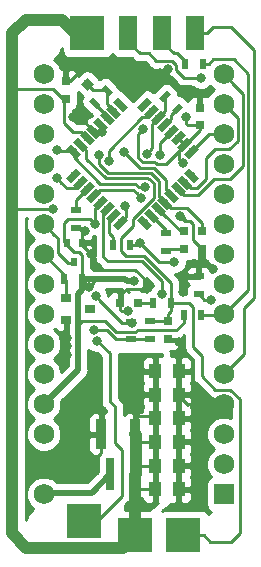
<source format=gtl>
G04 #@! TF.GenerationSoftware,KiCad,Pcbnew,(5.0.0-3-g5ebb6b6)*
G04 #@! TF.CreationDate,2018-09-15T11:59:02+02:00*
G04 #@! TF.ProjectId,Nano_Lambda,4E616E6F5F4C616D6264612E6B696361,rev?*
G04 #@! TF.SameCoordinates,Original*
G04 #@! TF.FileFunction,Copper,L1,Top,Signal*
G04 #@! TF.FilePolarity,Positive*
%FSLAX46Y46*%
G04 Gerber Fmt 4.6, Leading zero omitted, Abs format (unit mm)*
G04 Created by KiCad (PCBNEW (5.0.0-3-g5ebb6b6)) date Saturday, 15 September 2018 at 11:59:02*
%MOMM*%
%LPD*%
G01*
G04 APERTURE LIST*
G04 #@! TA.AperFunction,ComponentPad*
%ADD10C,1.727200*%
G04 #@! TD*
G04 #@! TA.AperFunction,ComponentPad*
%ADD11R,1.727200X1.727200*%
G04 #@! TD*
G04 #@! TA.AperFunction,SMDPad,CuDef*
%ADD12R,0.750000X0.800000*%
G04 #@! TD*
G04 #@! TA.AperFunction,SMDPad,CuDef*
%ADD13R,0.800000X0.750000*%
G04 #@! TD*
G04 #@! TA.AperFunction,SMDPad,CuDef*
%ADD14C,0.750000*%
G04 #@! TD*
G04 #@! TA.AperFunction,Conductor*
%ADD15C,0.100000*%
G04 #@! TD*
G04 #@! TA.AperFunction,SMDPad,CuDef*
%ADD16R,0.600000X0.800000*%
G04 #@! TD*
G04 #@! TA.AperFunction,SMDPad,CuDef*
%ADD17R,0.900000X0.800000*%
G04 #@! TD*
G04 #@! TA.AperFunction,SMDPad,CuDef*
%ADD18R,0.900000X0.500000*%
G04 #@! TD*
G04 #@! TA.AperFunction,SMDPad,CuDef*
%ADD19R,0.500000X0.900000*%
G04 #@! TD*
G04 #@! TA.AperFunction,SMDPad,CuDef*
%ADD20C,0.500000*%
G04 #@! TD*
G04 #@! TA.AperFunction,SMDPad,CuDef*
%ADD21R,3.000000X3.000000*%
G04 #@! TD*
G04 #@! TA.AperFunction,SMDPad,CuDef*
%ADD22R,1.500000X3.000000*%
G04 #@! TD*
G04 #@! TA.AperFunction,SMDPad,CuDef*
%ADD23R,0.900000X2.500000*%
G04 #@! TD*
G04 #@! TA.AperFunction,SMDPad,CuDef*
%ADD24R,0.800000X2.700000*%
G04 #@! TD*
G04 #@! TA.AperFunction,SMDPad,CuDef*
%ADD25R,1.000000X1.250000*%
G04 #@! TD*
G04 #@! TA.AperFunction,SMDPad,CuDef*
%ADD26C,0.600000*%
G04 #@! TD*
G04 #@! TA.AperFunction,ViaPad*
%ADD27C,0.800000*%
G04 #@! TD*
G04 #@! TA.AperFunction,Conductor*
%ADD28C,1.000000*%
G04 #@! TD*
G04 #@! TA.AperFunction,Conductor*
%ADD29C,0.250000*%
G04 #@! TD*
G04 #@! TA.AperFunction,Conductor*
%ADD30C,0.500000*%
G04 #@! TD*
G04 #@! TA.AperFunction,Conductor*
%ADD31C,0.254000*%
G04 #@! TD*
G04 APERTURE END LIST*
D10*
G04 #@! TO.P,XA1,VIN*
G04 #@! TO.N,Net-(L1-Pad1)*
X163690000Y-97500000D03*
G04 #@! TO.P,XA1,GND2*
G04 #@! TO.N,GND*
X163690000Y-94960000D03*
G04 #@! TO.P,XA1,RST2*
G04 #@! TO.N,N/C*
X163690000Y-92420000D03*
G04 #@! TO.P,XA1,5V*
G04 #@! TO.N,+5V*
X163690000Y-89880000D03*
G04 #@! TO.P,XA1,A7*
G04 #@! TO.N,N/C*
X163690000Y-87340000D03*
G04 #@! TO.P,XA1,A6*
X163690000Y-84800000D03*
G04 #@! TO.P,XA1,A5*
G04 #@! TO.N,/SCL*
X163690000Y-82260000D03*
G04 #@! TO.P,XA1,A4*
G04 #@! TO.N,/SDA*
X163690000Y-79720000D03*
G04 #@! TO.P,XA1,A3*
G04 #@! TO.N,/V_REF*
X163690000Y-77180000D03*
G04 #@! TO.P,XA1,A2*
G04 #@! TO.N,/BRV*
X163690000Y-74640000D03*
G04 #@! TO.P,XA1,A1*
G04 #@! TO.N,/UA*
X163690000Y-72100000D03*
G04 #@! TO.P,XA1,A0*
G04 #@! TO.N,/UR*
X163690000Y-69560000D03*
G04 #@! TO.P,XA1,AREF*
G04 #@! TO.N,Net-(C11-Pad1)*
X163690000Y-67020000D03*
G04 #@! TO.P,XA1,3V3*
G04 #@! TO.N,N/C*
X163690000Y-64480000D03*
G04 #@! TO.P,XA1,D13*
G04 #@! TO.N,/LS_SCK*
X163690000Y-61940000D03*
G04 #@! TO.P,XA1,D12*
G04 #@! TO.N,/LS_MISO*
X178930000Y-61940000D03*
G04 #@! TO.P,XA1,D11*
G04 #@! TO.N,/LS_MOSI*
X178930000Y-64480000D03*
G04 #@! TO.P,XA1,D10*
G04 #@! TO.N,/LS_SS*
X178930000Y-67020000D03*
G04 #@! TO.P,XA1,D9*
G04 #@! TO.N,/DIAHG*
X178930000Y-69560000D03*
G04 #@! TO.P,XA1,D8*
G04 #@! TO.N,/LED_1*
X178930000Y-72100000D03*
G04 #@! TO.P,XA1,D7*
G04 #@! TO.N,N/C*
X178930000Y-74640000D03*
G04 #@! TO.P,XA1,D6*
G04 #@! TO.N,/WBL*
X178930000Y-77180000D03*
G04 #@! TO.P,XA1,D5*
G04 #@! TO.N,/LED_2*
X178930000Y-79720000D03*
G04 #@! TO.P,XA1,D4*
G04 #@! TO.N,Net-(R22-Pad2)*
X178930000Y-82260000D03*
G04 #@! TO.P,XA1,D3*
G04 #@! TO.N,/PD3*
X178930000Y-84800000D03*
G04 #@! TO.P,XA1,D2*
G04 #@! TO.N,/PD2*
X178930000Y-87340000D03*
G04 #@! TO.P,XA1,GND1*
G04 #@! TO.N,GND*
X178930000Y-89880000D03*
G04 #@! TO.P,XA1,RST1*
G04 #@! TO.N,N/C*
X178930000Y-92420000D03*
G04 #@! TO.P,XA1,D0*
X178930000Y-94960000D03*
D11*
G04 #@! TO.P,XA1,D1*
X178930000Y-97500000D03*
G04 #@! TD*
D12*
G04 #@! TO.P,C1,1*
G04 #@! TO.N,/+12V_NL*
X165560000Y-64000000D03*
G04 #@! TO.P,C1,2*
G04 #@! TO.N,GND*
X165560000Y-62500000D03*
G04 #@! TD*
D13*
G04 #@! TO.P,C2,1*
G04 #@! TO.N,Net-(C2-Pad1)*
X171670000Y-81290000D03*
G04 #@! TO.P,C2,2*
G04 #@! TO.N,GND*
X170170000Y-81290000D03*
G04 #@! TD*
D12*
G04 #@! TO.P,C3,2*
G04 #@! TO.N,GND*
X176890000Y-64770000D03*
G04 #@! TO.P,C3,1*
G04 #@! TO.N,+5V*
X176890000Y-66270000D03*
G04 #@! TD*
G04 #@! TO.P,C4,1*
G04 #@! TO.N,Net-(C4-Pad1)*
X175600000Y-75230000D03*
G04 #@! TO.P,C4,2*
G04 #@! TO.N,/CM*
X175600000Y-76730000D03*
G04 #@! TD*
G04 #@! TO.P,C6,2*
G04 #@! TO.N,GND*
X174200000Y-84360000D03*
G04 #@! TO.P,C6,1*
G04 #@! TO.N,/UN*
X174200000Y-82860000D03*
G04 #@! TD*
D14*
G04 #@! TO.P,C8,2*
G04 #@! TO.N,Net-(C8-Pad2)*
X167359670Y-62780330D03*
D15*
G04 #@! TD*
G04 #@! TO.N,Net-(C8-Pad2)*
G04 #@! TO.C,C8*
G36*
X167377348Y-62232322D02*
X167907678Y-62762652D01*
X167341992Y-63328338D01*
X166811662Y-62798008D01*
X167377348Y-62232322D01*
X167377348Y-62232322D01*
G37*
D14*
G04 #@! TO.P,C8,1*
G04 #@! TO.N,GND*
X168420330Y-61719670D03*
D15*
G04 #@! TD*
G04 #@! TO.N,GND*
G04 #@! TO.C,C8*
G36*
X168438008Y-61171662D02*
X168968338Y-61701992D01*
X168402652Y-62267678D01*
X167872322Y-61737348D01*
X168438008Y-61171662D01*
X168438008Y-61171662D01*
G37*
D12*
G04 #@! TO.P,C10,2*
G04 #@! TO.N,GND*
X177100000Y-76720000D03*
G04 #@! TO.P,C10,1*
G04 #@! TO.N,/UR*
X177100000Y-75220000D03*
G04 #@! TD*
D16*
G04 #@! TO.P,D1,3*
G04 #@! TO.N,/BRV*
X166280000Y-77810000D03*
G04 #@! TO.P,D1,1*
G04 #@! TO.N,GND*
X166930000Y-76210000D03*
G04 #@! TO.P,D1,2*
G04 #@! TO.N,+5V*
X165630000Y-76210000D03*
G04 #@! TD*
D17*
G04 #@! TO.P,IC2,3*
G04 #@! TO.N,N/C*
X167586000Y-81796000D03*
G04 #@! TO.P,IC2,2*
G04 #@! TO.N,GND*
X165586000Y-82746000D03*
G04 #@! TO.P,IC2,1*
G04 #@! TO.N,/V_REF*
X165586000Y-80846000D03*
G04 #@! TD*
D18*
G04 #@! TO.P,R3,1*
G04 #@! TO.N,Net-(R3-Pad1)*
X166400000Y-73420000D03*
G04 #@! TO.P,R3,2*
G04 #@! TO.N,GND*
X166400000Y-74920000D03*
G04 #@! TD*
D19*
G04 #@! TO.P,R4,2*
G04 #@! TO.N,+5V*
X171020000Y-76380000D03*
G04 #@! TO.P,R4,1*
G04 #@! TO.N,Net-(R4-Pad1)*
X169520000Y-76380000D03*
G04 #@! TD*
D18*
G04 #@! TO.P,R5,2*
G04 #@! TO.N,Net-(D3-Pad1)*
X176800000Y-80520000D03*
G04 #@! TO.P,R5,1*
G04 #@! TO.N,GND*
X176800000Y-79020000D03*
G04 #@! TD*
D19*
G04 #@! TO.P,R6,1*
G04 #@! TO.N,/UN*
X174430000Y-81340000D03*
G04 #@! TO.P,R6,2*
G04 #@! TO.N,Net-(C2-Pad1)*
X172930000Y-81340000D03*
G04 #@! TD*
D20*
G04 #@! TO.P,R10,1*
G04 #@! TO.N,Net-(C8-Pad2)*
X169040330Y-63299670D03*
D15*
G04 #@! TD*
G04 #@! TO.N,Net-(C8-Pad2)*
G04 #@! TO.C,R10*
G36*
X168898909Y-62804695D02*
X169535305Y-63441091D01*
X169181751Y-63794645D01*
X168545355Y-63158249D01*
X168898909Y-62804695D01*
X168898909Y-62804695D01*
G37*
D20*
G04 #@! TO.P,R10,2*
G04 #@! TO.N,Net-(R10-Pad2)*
X167979670Y-64360330D03*
D15*
G04 #@! TD*
G04 #@! TO.N,Net-(R10-Pad2)*
G04 #@! TO.C,R10*
G36*
X167838249Y-63865355D02*
X168474645Y-64501751D01*
X168121091Y-64855305D01*
X167484695Y-64218909D01*
X167838249Y-63865355D01*
X167838249Y-63865355D01*
G37*
D20*
G04 #@! TO.P,R11,2*
G04 #@! TO.N,Net-(R11-Pad2)*
X175000000Y-64840000D03*
D15*
G04 #@! TD*
G04 #@! TO.N,Net-(R11-Pad2)*
G04 #@! TO.C,R11*
G36*
X174505025Y-64981421D02*
X175141421Y-64345025D01*
X175494975Y-64698579D01*
X174858579Y-65334975D01*
X174505025Y-64981421D01*
X174505025Y-64981421D01*
G37*
D20*
G04 #@! TO.P,R11,1*
G04 #@! TO.N,Net-(R11-Pad1)*
X173939340Y-63779340D03*
D15*
G04 #@! TD*
G04 #@! TO.N,Net-(R11-Pad1)*
G04 #@! TO.C,R11*
G36*
X173444365Y-63920761D02*
X174080761Y-63284365D01*
X174434315Y-63637919D01*
X173797919Y-64274315D01*
X173444365Y-63920761D01*
X173444365Y-63920761D01*
G37*
D18*
G04 #@! TO.P,R12,1*
G04 #@! TO.N,/IA*
X171040000Y-82870000D03*
G04 #@! TO.P,R12,2*
G04 #@! TO.N,Net-(R11-Pad1)*
X171040000Y-84370000D03*
G04 #@! TD*
G04 #@! TO.P,R13,2*
G04 #@! TO.N,Net-(R11-Pad1)*
X172643800Y-84366800D03*
G04 #@! TO.P,R13,1*
G04 #@! TO.N,/UN*
X172643800Y-82866800D03*
G04 #@! TD*
G04 #@! TO.P,R15,2*
G04 #@! TO.N,/RM*
X174050000Y-75380000D03*
G04 #@! TO.P,R15,1*
G04 #@! TO.N,/CM*
X174050000Y-76880000D03*
G04 #@! TD*
D19*
G04 #@! TO.P,R18,2*
G04 #@! TO.N,+5V*
X166940000Y-79240000D03*
G04 #@! TO.P,R18,1*
G04 #@! TO.N,/V_REF*
X165440000Y-79240000D03*
G04 #@! TD*
G04 #@! TO.P,R22,2*
G04 #@! TO.N,Net-(R22-Pad2)*
X177160000Y-61060000D03*
G04 #@! TO.P,R22,1*
G04 #@! TO.N,/GP3*
X175660000Y-61060000D03*
G04 #@! TD*
G04 #@! TO.P,R23,1*
G04 #@! TO.N,+5V*
X175526000Y-82296000D03*
G04 #@! TO.P,R23,2*
G04 #@! TO.N,Net-(R22-Pad2)*
X177026000Y-82296000D03*
G04 #@! TD*
D21*
G04 #@! TO.P,J3,1*
G04 #@! TO.N,/+12V_NL*
X171450000Y-100965000D03*
G04 #@! TD*
G04 #@! TO.P,J1,1*
G04 #@! TO.N,/+12V_NL*
X167386000Y-58420000D03*
G04 #@! TD*
G04 #@! TO.P,J5,1*
G04 #@! TO.N,/UN*
X175514000Y-100965000D03*
G04 #@! TD*
G04 #@! TO.P,J8,1*
G04 #@! TO.N,/VM*
X167132000Y-99720400D03*
G04 #@! TD*
D22*
G04 #@! TO.P,J9,1*
G04 #@! TO.N,/PD2*
X176530000Y-58420000D03*
G04 #@! TD*
G04 #@! TO.P,J11,1*
G04 #@! TO.N,/GP3*
X173736000Y-58420000D03*
G04 #@! TD*
G04 #@! TO.P,J14,1*
G04 #@! TO.N,/Out1*
X170815000Y-58420000D03*
G04 #@! TD*
D23*
G04 #@! TO.P,RV1,2*
G04 #@! TO.N,GND*
X168550000Y-92405200D03*
G04 #@! TO.P,RV1,1*
G04 #@! TO.N,/+12V_NL*
X171450000Y-92405200D03*
G04 #@! TD*
D24*
G04 #@! TO.P,L1,2*
G04 #@! TO.N,/+12V_NL*
X171500000Y-95820000D03*
G04 #@! TO.P,L1,1*
G04 #@! TO.N,Net-(L1-Pad1)*
X169300000Y-95820000D03*
G04 #@! TD*
D25*
G04 #@! TO.P,C15,1*
G04 #@! TO.N,GND*
X175110000Y-95060000D03*
G04 #@! TO.P,C15,2*
G04 #@! TO.N,/+12V_NL*
X173110000Y-95060000D03*
G04 #@! TD*
G04 #@! TO.P,C16,2*
G04 #@! TO.N,/+12V_NL*
X173110000Y-91060000D03*
G04 #@! TO.P,C16,1*
G04 #@! TO.N,GND*
X175110000Y-91060000D03*
G04 #@! TD*
G04 #@! TO.P,C17,1*
G04 #@! TO.N,GND*
X175110000Y-89060000D03*
G04 #@! TO.P,C17,2*
G04 #@! TO.N,/+12V_NL*
X173110000Y-89060000D03*
G04 #@! TD*
G04 #@! TO.P,C18,2*
G04 #@! TO.N,/+12V_NL*
X173110000Y-87060000D03*
G04 #@! TO.P,C18,1*
G04 #@! TO.N,GND*
X175110000Y-87060000D03*
G04 #@! TD*
G04 #@! TO.P,C19,1*
G04 #@! TO.N,GND*
X175110000Y-97060000D03*
G04 #@! TO.P,C19,2*
G04 #@! TO.N,/+12V_NL*
X173110000Y-97060000D03*
G04 #@! TD*
G04 #@! TO.P,C20,2*
G04 #@! TO.N,/+12V_NL*
X173110000Y-93060000D03*
G04 #@! TO.P,C20,1*
G04 #@! TO.N,GND*
X175110000Y-93060000D03*
G04 #@! TD*
D26*
G04 #@! TO.P,U1,32*
G04 #@! TO.N,/IP*
X166234897Y-68454695D03*
D15*
G04 #@! TD*
G04 #@! TO.N,/IP*
G04 #@! TO.C,U1*
G36*
X166871293Y-68666827D02*
X166447029Y-69091091D01*
X165598501Y-68242563D01*
X166022765Y-67818299D01*
X166871293Y-68666827D01*
X166871293Y-68666827D01*
G37*
D26*
G04 #@! TO.P,U1,31*
G04 #@! TO.N,/UN*
X166800583Y-67889010D03*
D15*
G04 #@! TD*
G04 #@! TO.N,/UN*
G04 #@! TO.C,U1*
G36*
X167436979Y-68101142D02*
X167012715Y-68525406D01*
X166164187Y-67676878D01*
X166588451Y-67252614D01*
X167436979Y-68101142D01*
X167436979Y-68101142D01*
G37*
D26*
G04 #@! TO.P,U1,30*
G04 #@! TO.N,/+12V_NL*
X167366268Y-67323324D03*
D15*
G04 #@! TD*
G04 #@! TO.N,/+12V_NL*
G04 #@! TO.C,U1*
G36*
X168002664Y-67535456D02*
X167578400Y-67959720D01*
X166729872Y-67111192D01*
X167154136Y-66686928D01*
X168002664Y-67535456D01*
X168002664Y-67535456D01*
G37*
D26*
G04 #@! TO.P,U1,29*
G04 #@! TO.N,GND*
X167931953Y-66757639D03*
D15*
G04 #@! TD*
G04 #@! TO.N,GND*
G04 #@! TO.C,U1*
G36*
X168568349Y-66969771D02*
X168144085Y-67394035D01*
X167295557Y-66545507D01*
X167719821Y-66121243D01*
X168568349Y-66969771D01*
X168568349Y-66969771D01*
G37*
D26*
G04 #@! TO.P,U1,28*
G04 #@! TO.N,GND*
X168497639Y-66191953D03*
D15*
G04 #@! TD*
G04 #@! TO.N,GND*
G04 #@! TO.C,U1*
G36*
X169134035Y-66404085D02*
X168709771Y-66828349D01*
X167861243Y-65979821D01*
X168285507Y-65555557D01*
X169134035Y-66404085D01*
X169134035Y-66404085D01*
G37*
D26*
G04 #@! TO.P,U1,27*
G04 #@! TO.N,Net-(R10-Pad2)*
X169063324Y-65626268D03*
D15*
G04 #@! TD*
G04 #@! TO.N,Net-(R10-Pad2)*
G04 #@! TO.C,U1*
G36*
X169699720Y-65838400D02*
X169275456Y-66262664D01*
X168426928Y-65414136D01*
X168851192Y-64989872D01*
X169699720Y-65838400D01*
X169699720Y-65838400D01*
G37*
D26*
G04 #@! TO.P,U1,26*
G04 #@! TO.N,Net-(C8-Pad2)*
X169629010Y-65060583D03*
D15*
G04 #@! TD*
G04 #@! TO.N,Net-(C8-Pad2)*
G04 #@! TO.C,U1*
G36*
X170265406Y-65272715D02*
X169841142Y-65696979D01*
X168992614Y-64848451D01*
X169416878Y-64424187D01*
X170265406Y-65272715D01*
X170265406Y-65272715D01*
G37*
D26*
G04 #@! TO.P,U1,25*
G04 #@! TO.N,N/C*
X170194695Y-64494897D03*
D15*
G04 #@! TD*
G04 #@! TO.N,N/C*
G04 #@! TO.C,U1*
G36*
X170831091Y-64707029D02*
X170406827Y-65131293D01*
X169558299Y-64282765D01*
X169982563Y-63858501D01*
X170831091Y-64707029D01*
X170831091Y-64707029D01*
G37*
D26*
G04 #@! TO.P,U1,24*
G04 #@! TO.N,N/C*
X172245305Y-64494897D03*
D15*
G04 #@! TD*
G04 #@! TO.N,N/C*
G04 #@! TO.C,U1*
G36*
X172033173Y-65131293D02*
X171608909Y-64707029D01*
X172457437Y-63858501D01*
X172881701Y-64282765D01*
X172033173Y-65131293D01*
X172033173Y-65131293D01*
G37*
D26*
G04 #@! TO.P,U1,23*
G04 #@! TO.N,/UA*
X172810990Y-65060583D03*
D15*
G04 #@! TD*
G04 #@! TO.N,/UA*
G04 #@! TO.C,U1*
G36*
X172598858Y-65696979D02*
X172174594Y-65272715D01*
X173023122Y-64424187D01*
X173447386Y-64848451D01*
X172598858Y-65696979D01*
X172598858Y-65696979D01*
G37*
D26*
G04 #@! TO.P,U1,22*
G04 #@! TO.N,Net-(R11-Pad1)*
X173376676Y-65626268D03*
D15*
G04 #@! TD*
G04 #@! TO.N,Net-(R11-Pad1)*
G04 #@! TO.C,U1*
G36*
X173164544Y-66262664D02*
X172740280Y-65838400D01*
X173588808Y-64989872D01*
X174013072Y-65414136D01*
X173164544Y-66262664D01*
X173164544Y-66262664D01*
G37*
D26*
G04 #@! TO.P,U1,21*
G04 #@! TO.N,Net-(R11-Pad2)*
X173942361Y-66191953D03*
D15*
G04 #@! TD*
G04 #@! TO.N,Net-(R11-Pad2)*
G04 #@! TO.C,U1*
G36*
X173730229Y-66828349D02*
X173305965Y-66404085D01*
X174154493Y-65555557D01*
X174578757Y-65979821D01*
X173730229Y-66828349D01*
X173730229Y-66828349D01*
G37*
D26*
G04 #@! TO.P,U1,20*
G04 #@! TO.N,/VM*
X174508047Y-66757639D03*
D15*
G04 #@! TD*
G04 #@! TO.N,/VM*
G04 #@! TO.C,U1*
G36*
X174295915Y-67394035D02*
X173871651Y-66969771D01*
X174720179Y-66121243D01*
X175144443Y-66545507D01*
X174295915Y-67394035D01*
X174295915Y-67394035D01*
G37*
D26*
G04 #@! TO.P,U1,19*
G04 #@! TO.N,+5V*
X175073732Y-67323324D03*
D15*
G04 #@! TD*
G04 #@! TO.N,+5V*
G04 #@! TO.C,U1*
G36*
X174861600Y-67959720D02*
X174437336Y-67535456D01*
X175285864Y-66686928D01*
X175710128Y-67111192D01*
X174861600Y-67959720D01*
X174861600Y-67959720D01*
G37*
D26*
G04 #@! TO.P,U1,18*
G04 #@! TO.N,+5V*
X175639417Y-67889010D03*
D15*
G04 #@! TD*
G04 #@! TO.N,+5V*
G04 #@! TO.C,U1*
G36*
X175427285Y-68525406D02*
X175003021Y-68101142D01*
X175851549Y-67252614D01*
X176275813Y-67676878D01*
X175427285Y-68525406D01*
X175427285Y-68525406D01*
G37*
D26*
G04 #@! TO.P,U1,17*
G04 #@! TO.N,/LS_SS*
X176205103Y-68454695D03*
D15*
G04 #@! TD*
G04 #@! TO.N,/LS_SS*
G04 #@! TO.C,U1*
G36*
X175992971Y-69091091D02*
X175568707Y-68666827D01*
X176417235Y-67818299D01*
X176841499Y-68242563D01*
X175992971Y-69091091D01*
X175992971Y-69091091D01*
G37*
D26*
G04 #@! TO.P,U1,16*
G04 #@! TO.N,N/C*
X176205103Y-70505305D03*
D15*
G04 #@! TD*
G04 #@! TO.N,N/C*
G04 #@! TO.C,U1*
G36*
X176841499Y-70717437D02*
X176417235Y-71141701D01*
X175568707Y-70293173D01*
X175992971Y-69868909D01*
X176841499Y-70717437D01*
X176841499Y-70717437D01*
G37*
D26*
G04 #@! TO.P,U1,15*
G04 #@! TO.N,/LS_MOSI*
X175639417Y-71070990D03*
D15*
G04 #@! TD*
G04 #@! TO.N,/LS_MOSI*
G04 #@! TO.C,U1*
G36*
X176275813Y-71283122D02*
X175851549Y-71707386D01*
X175003021Y-70858858D01*
X175427285Y-70434594D01*
X176275813Y-71283122D01*
X176275813Y-71283122D01*
G37*
D26*
G04 #@! TO.P,U1,14*
G04 #@! TO.N,/LS_MISO*
X175073732Y-71636676D03*
D15*
G04 #@! TD*
G04 #@! TO.N,/LS_MISO*
G04 #@! TO.C,U1*
G36*
X175710128Y-71848808D02*
X175285864Y-72273072D01*
X174437336Y-71424544D01*
X174861600Y-71000280D01*
X175710128Y-71848808D01*
X175710128Y-71848808D01*
G37*
D26*
G04 #@! TO.P,U1,13*
G04 #@! TO.N,/LS_SCK*
X174508047Y-72202361D03*
D15*
G04 #@! TD*
G04 #@! TO.N,/LS_SCK*
G04 #@! TO.C,U1*
G36*
X175144443Y-72414493D02*
X174720179Y-72838757D01*
X173871651Y-71990229D01*
X174295915Y-71565965D01*
X175144443Y-72414493D01*
X175144443Y-72414493D01*
G37*
D26*
G04 #@! TO.P,U1,12*
G04 #@! TO.N,/UR*
X173942361Y-72768047D03*
D15*
G04 #@! TD*
G04 #@! TO.N,/UR*
G04 #@! TO.C,U1*
G36*
X174578757Y-72980179D02*
X174154493Y-73404443D01*
X173305965Y-72555915D01*
X173730229Y-72131651D01*
X174578757Y-72980179D01*
X174578757Y-72980179D01*
G37*
D26*
G04 #@! TO.P,U1,11*
G04 #@! TO.N,Net-(C4-Pad1)*
X173376676Y-73333732D03*
D15*
G04 #@! TD*
G04 #@! TO.N,Net-(C4-Pad1)*
G04 #@! TO.C,U1*
G36*
X174013072Y-73545864D02*
X173588808Y-73970128D01*
X172740280Y-73121600D01*
X173164544Y-72697336D01*
X174013072Y-73545864D01*
X174013072Y-73545864D01*
G37*
D26*
G04 #@! TO.P,U1,10*
G04 #@! TO.N,/RM*
X172810990Y-73899417D03*
D15*
G04 #@! TD*
G04 #@! TO.N,/RM*
G04 #@! TO.C,U1*
G36*
X173447386Y-74111549D02*
X173023122Y-74535813D01*
X172174594Y-73687285D01*
X172598858Y-73263021D01*
X173447386Y-74111549D01*
X173447386Y-74111549D01*
G37*
D26*
G04 #@! TO.P,U1,9*
G04 #@! TO.N,N/C*
X172245305Y-74465103D03*
D15*
G04 #@! TD*
G04 #@! TO.N,N/C*
G04 #@! TO.C,U1*
G36*
X172881701Y-74677235D02*
X172457437Y-75101499D01*
X171608909Y-74252971D01*
X172033173Y-73828707D01*
X172881701Y-74677235D01*
X172881701Y-74677235D01*
G37*
D26*
G04 #@! TO.P,U1,8*
G04 #@! TO.N,/RS*
X170194695Y-74465103D03*
D15*
G04 #@! TD*
G04 #@! TO.N,/RS*
G04 #@! TO.C,U1*
G36*
X169982563Y-75101499D02*
X169558299Y-74677235D01*
X170406827Y-73828707D01*
X170831091Y-74252971D01*
X169982563Y-75101499D01*
X169982563Y-75101499D01*
G37*
D26*
G04 #@! TO.P,U1,7*
G04 #@! TO.N,Net-(R4-Pad1)*
X169629010Y-73899417D03*
D15*
G04 #@! TD*
G04 #@! TO.N,Net-(R4-Pad1)*
G04 #@! TO.C,U1*
G36*
X169416878Y-74535813D02*
X168992614Y-74111549D01*
X169841142Y-73263021D01*
X170265406Y-73687285D01*
X169416878Y-74535813D01*
X169416878Y-74535813D01*
G37*
D26*
G04 #@! TO.P,U1,6*
G04 #@! TO.N,/DIAHD*
X169063324Y-73333732D03*
D15*
G04 #@! TD*
G04 #@! TO.N,/DIAHD*
G04 #@! TO.C,U1*
G36*
X168851192Y-73970128D02*
X168426928Y-73545864D01*
X169275456Y-72697336D01*
X169699720Y-73121600D01*
X168851192Y-73970128D01*
X168851192Y-73970128D01*
G37*
D26*
G04 #@! TO.P,U1,5*
G04 #@! TO.N,+5V*
X168497639Y-72768047D03*
D15*
G04 #@! TD*
G04 #@! TO.N,+5V*
G04 #@! TO.C,U1*
G36*
X168285507Y-73404443D02*
X167861243Y-72980179D01*
X168709771Y-72131651D01*
X169134035Y-72555915D01*
X168285507Y-73404443D01*
X168285507Y-73404443D01*
G37*
D26*
G04 #@! TO.P,U1,4*
G04 #@! TO.N,/DIAHG*
X167931953Y-72202361D03*
D15*
G04 #@! TD*
G04 #@! TO.N,/DIAHG*
G04 #@! TO.C,U1*
G36*
X167719821Y-72838757D02*
X167295557Y-72414493D01*
X168144085Y-71565965D01*
X168568349Y-71990229D01*
X167719821Y-72838757D01*
X167719821Y-72838757D01*
G37*
D26*
G04 #@! TO.P,U1,3*
G04 #@! TO.N,Net-(R3-Pad1)*
X167366268Y-71636676D03*
D15*
G04 #@! TD*
G04 #@! TO.N,Net-(R3-Pad1)*
G04 #@! TO.C,U1*
G36*
X167154136Y-72273072D02*
X166729872Y-71848808D01*
X167578400Y-71000280D01*
X168002664Y-71424544D01*
X167154136Y-72273072D01*
X167154136Y-72273072D01*
G37*
D26*
G04 #@! TO.P,U1,2*
G04 #@! TO.N,/IA*
X166800583Y-71070990D03*
D15*
G04 #@! TD*
G04 #@! TO.N,/IA*
G04 #@! TO.C,U1*
G36*
X166588451Y-71707386D02*
X166164187Y-71283122D01*
X167012715Y-70434594D01*
X167436979Y-70858858D01*
X166588451Y-71707386D01*
X166588451Y-71707386D01*
G37*
D26*
G04 #@! TO.P,U1,1*
G04 #@! TO.N,N/C*
X166234897Y-70505305D03*
D15*
G04 #@! TD*
G04 #@! TO.N,N/C*
G04 #@! TO.C,U1*
G36*
X166022765Y-71141701D02*
X165598501Y-70717437D01*
X166447029Y-69868909D01*
X166871293Y-70293173D01*
X166022765Y-71141701D01*
X166022765Y-71141701D01*
G37*
D27*
G04 #@! TO.N,/+12V_NL*
X171005500Y-87693500D03*
X171005500Y-86995000D03*
X171005500Y-88455500D03*
X164500000Y-73370000D03*
G04 #@! TO.N,GND*
X166130000Y-65520000D03*
X173500000Y-61790000D03*
X168614997Y-66832142D03*
X175480000Y-80400000D03*
X178010000Y-78420000D03*
X175110000Y-84645000D03*
X171920000Y-61290000D03*
X175260000Y-73970000D03*
X167700378Y-77147530D03*
X165960000Y-61260000D03*
X167386000Y-61114000D03*
X174180000Y-61500000D03*
X169590000Y-60790000D03*
X165655441Y-84245010D03*
X170786273Y-82019996D03*
X167209093Y-75239988D03*
X165655441Y-84980000D03*
X165655441Y-85710000D03*
X166110000Y-93650000D03*
X166130000Y-92810000D03*
G04 #@! TO.N,+5V*
X175750000Y-65540000D03*
X171320437Y-79414978D03*
X172087660Y-66582340D03*
X171872056Y-76222500D03*
X175450000Y-69470000D03*
X167528494Y-79913672D03*
X168009998Y-74630000D03*
X174742164Y-77814990D03*
G04 #@! TO.N,/UA*
X169178824Y-69273803D03*
G04 #@! TO.N,/UR*
X168338198Y-68732164D03*
G04 #@! TO.N,/IA*
X171122377Y-83000072D03*
X164780000Y-70700000D03*
X168087858Y-80742609D03*
G04 #@! TO.N,/IP*
X172274760Y-71482231D03*
X164840000Y-68310000D03*
G04 #@! TO.N,/RS*
X170555527Y-73056003D03*
G04 #@! TO.N,Net-(R11-Pad1)*
X172408430Y-68664022D03*
X167910000Y-83560000D03*
G04 #@! TO.N,/DIAHD*
X173679999Y-80558336D03*
G04 #@! TO.N,/DIAHG*
X171949184Y-72427748D03*
G04 #@! TO.N,/LS_SCK*
X170508408Y-68506817D03*
G04 #@! TO.N,/VM*
X168214979Y-84526104D03*
X173538134Y-68783441D03*
G04 #@! TO.N,Net-(D3-Pad1)*
X177840000Y-81010000D03*
G04 #@! TO.N,/Out1*
X177030000Y-62230000D03*
G04 #@! TD*
D28*
G04 #@! TO.N,/+12V_NL*
X167386000Y-58420000D02*
X166370000Y-58420000D01*
X166370000Y-58420000D02*
X165260000Y-57310000D01*
X165260000Y-57310000D02*
X162160000Y-57310000D01*
X162160000Y-57310000D02*
X161010000Y-58460000D01*
X171450000Y-95870000D02*
X171500000Y-95820000D01*
X171500000Y-92455200D02*
X171450000Y-92405200D01*
X171500000Y-95820000D02*
X171500000Y-92455200D01*
X171450000Y-100965000D02*
X171450000Y-95870000D01*
D29*
X171500000Y-97050000D02*
X171500000Y-95820000D01*
X171510000Y-97060000D02*
X171500000Y-97050000D01*
X173110000Y-97060000D02*
X171510000Y-97060000D01*
X171500000Y-95060000D02*
X171500000Y-95820000D01*
X173110000Y-95060000D02*
X171500000Y-95060000D01*
X171450000Y-93060000D02*
X171450000Y-92405200D01*
X173110000Y-93060000D02*
X171450000Y-93060000D01*
X173110000Y-91060000D02*
X173110000Y-89060000D01*
X173110000Y-89060000D02*
X173110000Y-87060000D01*
X171070500Y-87060000D02*
X171005500Y-86995000D01*
X173110000Y-87060000D02*
X171070500Y-87060000D01*
D28*
X161010000Y-63350000D02*
X161010000Y-73320000D01*
X161010000Y-58460000D02*
X161010000Y-63350000D01*
D29*
X163934315Y-73370000D02*
X164500000Y-73370000D01*
X161060000Y-73370000D02*
X163934315Y-73370000D01*
X161010000Y-73320000D02*
X161060000Y-73370000D01*
X171450000Y-90880000D02*
X171450000Y-92405200D01*
X172930000Y-90880000D02*
X171450000Y-90880000D01*
X173110000Y-91060000D02*
X172930000Y-90880000D01*
X161160000Y-63200000D02*
X161010000Y-63350000D01*
X165630000Y-64000000D02*
X165295000Y-64000000D01*
X165640000Y-64010000D02*
X165630000Y-64000000D01*
X165370000Y-64280000D02*
X165640000Y-64010000D01*
X165370000Y-66030000D02*
X165370000Y-64280000D01*
X166168350Y-66828350D02*
X165370000Y-66030000D01*
X166871294Y-66828350D02*
X166168350Y-66828350D01*
X164495000Y-63200000D02*
X161160000Y-63200000D01*
X165295000Y-64000000D02*
X164495000Y-63200000D01*
X167366268Y-67323324D02*
X166871294Y-66828350D01*
D28*
X170405000Y-102010000D02*
X171450000Y-100965000D01*
X162220000Y-102010000D02*
X170405000Y-102010000D01*
X161010000Y-100800000D02*
X162220000Y-102010000D01*
X161010000Y-73320000D02*
X161010000Y-100800000D01*
D29*
G04 #@! TO.N,GND*
X166180000Y-62340000D02*
X166170000Y-62330000D01*
X166694314Y-65520000D02*
X166130000Y-65520000D01*
X167931953Y-66757639D02*
X166694314Y-65520000D01*
X175110000Y-87060000D02*
X175110000Y-84645000D01*
X175110000Y-97060000D02*
X175110000Y-95060000D01*
X175110000Y-95060000D02*
X175110000Y-93060000D01*
X175110000Y-91060000D02*
X175110000Y-93060000D01*
X175110000Y-89185000D02*
X175110000Y-89060000D01*
X175860000Y-89935000D02*
X175110000Y-89185000D01*
X175875000Y-89935000D02*
X175860000Y-89935000D01*
X175930000Y-89880000D02*
X175875000Y-89935000D01*
X178930000Y-89880000D02*
X175930000Y-89880000D01*
X175110000Y-91060000D02*
X175110000Y-89060000D01*
X175110000Y-89060000D02*
X175110000Y-87060000D01*
X168497639Y-66716217D02*
X168613564Y-66832142D01*
X168497639Y-66191953D02*
X168497639Y-66716217D01*
X168613564Y-66832142D02*
X168614997Y-66832142D01*
X167931953Y-66757639D02*
X168540494Y-66757639D01*
X168540494Y-66757639D02*
X168614997Y-66832142D01*
X176800000Y-77020000D02*
X177100000Y-76720000D01*
X176800000Y-79020000D02*
X176800000Y-77020000D01*
X174825000Y-84360000D02*
X175110000Y-84645000D01*
X174200000Y-84360000D02*
X174825000Y-84360000D01*
X171920000Y-62120000D02*
X172000000Y-62200000D01*
X171920000Y-61290000D02*
X171920000Y-62120000D01*
X167080000Y-76440000D02*
X167180000Y-76440000D01*
X167240000Y-61260000D02*
X167386000Y-61114000D01*
X165960000Y-61260000D02*
X167240000Y-61260000D01*
X167951685Y-61114000D02*
X167386000Y-61114000D01*
X170889000Y-61114000D02*
X167951685Y-61114000D01*
X171975000Y-62200000D02*
X170889000Y-61114000D01*
X172000000Y-62200000D02*
X171975000Y-62200000D01*
X172270000Y-61930000D02*
X172000000Y-62200000D01*
X173360000Y-61930000D02*
X172270000Y-61930000D01*
X173500000Y-61790000D02*
X173360000Y-61930000D01*
X173890000Y-61790000D02*
X174180000Y-61500000D01*
X173500000Y-61790000D02*
X173890000Y-61790000D01*
X170155685Y-60790000D02*
X169590000Y-60790000D01*
X167386000Y-61114000D02*
X169266000Y-61114000D01*
X171975000Y-62200000D02*
X170565000Y-60790000D01*
X169266000Y-61114000D02*
X169590000Y-60790000D01*
X170565000Y-60790000D02*
X170155685Y-60790000D01*
X167991670Y-61719670D02*
X167386000Y-61114000D01*
X168420330Y-61719670D02*
X167991670Y-61719670D01*
X173899999Y-62189999D02*
X173500000Y-61790000D01*
X176890000Y-63744998D02*
X176045002Y-62900000D01*
X174610000Y-62900000D02*
X173899999Y-62189999D01*
X176045002Y-62900000D02*
X174610000Y-62900000D01*
X176890000Y-64770000D02*
X176890000Y-63744998D01*
X175840000Y-79020000D02*
X175480000Y-79380000D01*
X175480000Y-79380000D02*
X175480000Y-80400000D01*
X176800000Y-79020000D02*
X175840000Y-79020000D01*
X176800000Y-78250000D02*
X176800000Y-79020000D01*
X176930000Y-78120000D02*
X176800000Y-78250000D01*
X177710000Y-78120000D02*
X176930000Y-78120000D01*
X178010000Y-78420000D02*
X177710000Y-78120000D01*
X165586000Y-82746000D02*
X165586000Y-84175569D01*
X165586000Y-84175569D02*
X165655441Y-84245010D01*
X170170000Y-81290000D02*
X170170000Y-81915000D01*
X170274996Y-82019996D02*
X170786273Y-82019996D01*
X170170000Y-81915000D02*
X170274996Y-82019996D01*
X166930000Y-76210000D02*
X166930000Y-75519081D01*
X166400000Y-74920000D02*
X167100000Y-74920000D01*
X167209093Y-75029093D02*
X167209093Y-75239988D01*
X167100000Y-74920000D02*
X167209093Y-75029093D01*
X166930000Y-75519081D02*
X167209093Y-75239988D01*
X171110000Y-60570000D02*
X172000000Y-61460000D01*
X167270000Y-60570000D02*
X171110000Y-60570000D01*
X166569999Y-61270001D02*
X167270000Y-60570000D01*
X172000000Y-61460000D02*
X172000000Y-62200000D01*
X166569999Y-61825001D02*
X166569999Y-61270001D01*
X165920000Y-62500000D02*
X165920000Y-62475000D01*
X165960000Y-61260000D02*
X165620000Y-61600000D01*
X165620000Y-62200000D02*
X165920000Y-62500000D01*
X165620000Y-61600000D02*
X165620000Y-62200000D01*
X165920000Y-62475000D02*
X166569999Y-61825001D01*
X165655441Y-84245010D02*
X165655441Y-84980000D01*
X165655441Y-84980000D02*
X165655441Y-85710000D01*
X166110000Y-92830000D02*
X166130000Y-92810000D01*
X166110000Y-93650000D02*
X166110000Y-92830000D01*
X168550000Y-93990000D02*
X168550000Y-92405200D01*
X167580000Y-94960000D02*
X168550000Y-93990000D01*
X163690000Y-94960000D02*
X167580000Y-94960000D01*
X167700000Y-77160000D02*
X166930000Y-76390000D01*
X172135001Y-79204231D02*
X171400770Y-78470000D01*
X171400770Y-78470000D02*
X167910000Y-78470000D01*
X172135001Y-79938001D02*
X172135001Y-79204231D01*
X171933014Y-80139988D02*
X172135001Y-79938001D01*
X166930000Y-76390000D02*
X166930000Y-76290000D01*
X167700000Y-78260000D02*
X167700000Y-77160000D01*
X170695012Y-80139988D02*
X171933014Y-80139988D01*
X170170000Y-80665000D02*
X170695012Y-80139988D01*
X167910000Y-78470000D02*
X167700000Y-78260000D01*
X170170000Y-81290000D02*
X170170000Y-80665000D01*
X175630000Y-74340000D02*
X175260000Y-73970000D01*
X176340000Y-74609998D02*
X176070002Y-74340000D01*
X176070002Y-74340000D02*
X175630000Y-74340000D01*
X176340000Y-75935000D02*
X176340000Y-74609998D01*
X177100000Y-76695000D02*
X176340000Y-75935000D01*
X177100000Y-76720000D02*
X177100000Y-76695000D01*
G04 #@! TO.N,Net-(C2-Pad1)*
X172880000Y-81290000D02*
X172930000Y-81340000D01*
X171670000Y-81290000D02*
X172880000Y-81290000D01*
G04 #@! TO.N,+5V*
X176890000Y-66638427D02*
X175639417Y-67889010D01*
X176890000Y-66270000D02*
X176890000Y-66638427D01*
X175073732Y-67323325D02*
X175639417Y-67889010D01*
X175073732Y-67323324D02*
X175073732Y-67323325D01*
D30*
X166940000Y-79240000D02*
X167980000Y-79240000D01*
X166940000Y-80190000D02*
X166940000Y-79240000D01*
X166590000Y-80540000D02*
X166940000Y-80190000D01*
X166590000Y-83140000D02*
X166590000Y-80540000D01*
D29*
X175914315Y-66270000D02*
X176890000Y-66270000D01*
X175750000Y-66105685D02*
X175914315Y-66270000D01*
X175750000Y-65540000D02*
X175750000Y-66105685D01*
X173092906Y-69413676D02*
X173068254Y-69389024D01*
X171672661Y-66997339D02*
X171687661Y-66982339D01*
X172060428Y-69389024D02*
X171672661Y-69001257D01*
X173068254Y-69389024D02*
X172060428Y-69389024D01*
X171672661Y-69001257D02*
X171672661Y-66997339D01*
X175639417Y-67889010D02*
X174018416Y-69510011D01*
X173179743Y-69413676D02*
X173092906Y-69413676D01*
X173276078Y-69510011D02*
X173179743Y-69413676D01*
X171687661Y-66982339D02*
X172087660Y-66582340D01*
X174018416Y-69510011D02*
X173276078Y-69510011D01*
X171714556Y-76380000D02*
X171872056Y-76222500D01*
X171020000Y-76380000D02*
X171714556Y-76380000D01*
X175639417Y-67889010D02*
X175144443Y-68383984D01*
X175144443Y-68383984D02*
X175144443Y-69164443D01*
X175144443Y-69164443D02*
X175450000Y-69470000D01*
X167980000Y-79462166D02*
X167928493Y-79513673D01*
X167928493Y-79513673D02*
X167528494Y-79913672D01*
X167980000Y-79240000D02*
X167980000Y-79462166D01*
X167528494Y-79913672D02*
X166910001Y-79295179D01*
X167609999Y-74230001D02*
X168009998Y-74630000D01*
X168002665Y-74622667D02*
X168009998Y-74630000D01*
X165410000Y-76170000D02*
X165410000Y-74550000D01*
X168002665Y-73263021D02*
X168002665Y-74622667D01*
X165410000Y-74550000D02*
X165729999Y-74230001D01*
X166695002Y-77020000D02*
X166260000Y-77020000D01*
X166910001Y-77234999D02*
X166695002Y-77020000D01*
X168497639Y-72768047D02*
X168002665Y-73263021D01*
X165729999Y-74230001D02*
X167609999Y-74230001D01*
X166260000Y-77020000D02*
X165410000Y-76170000D01*
X166910001Y-79295179D02*
X166910001Y-77234999D01*
D30*
X170754752Y-79414978D02*
X171320437Y-79414978D01*
X170579774Y-79240000D02*
X170754752Y-79414978D01*
X167980000Y-79240000D02*
X170579774Y-79240000D01*
D29*
X166943819Y-82786181D02*
X166590000Y-83140000D01*
X169822072Y-83725074D02*
X168883179Y-82786181D01*
X168883179Y-82786181D02*
X166943819Y-82786181D01*
X175526000Y-82296000D02*
X175526000Y-82996000D01*
X171585453Y-83610000D02*
X171470379Y-83725074D01*
X175526000Y-82996000D02*
X174912000Y-83610000D01*
X171470379Y-83725074D02*
X169822072Y-83725074D01*
X174912000Y-83610000D02*
X171585453Y-83610000D01*
D30*
X166590000Y-83978004D02*
X166590000Y-83140000D01*
X163690000Y-89880000D02*
X166590000Y-86980000D01*
X166590000Y-86980000D02*
X166590000Y-83978004D01*
D29*
X173464546Y-77814990D02*
X174176479Y-77814990D01*
X171872056Y-76222500D02*
X173464546Y-77814990D01*
X174176479Y-77814990D02*
X174742164Y-77814990D01*
G04 #@! TO.N,Net-(C4-Pad1)*
X175600000Y-75230000D02*
X175272944Y-75230000D01*
X175272944Y-75230000D02*
X173871650Y-73828706D01*
X173871650Y-73828706D02*
X173376676Y-73333732D01*
G04 #@! TO.N,/CM*
X174200000Y-76730000D02*
X174050000Y-76880000D01*
X175600000Y-76730000D02*
X174200000Y-76730000D01*
G04 #@! TO.N,Net-(C8-Pad2)*
X169040330Y-64471903D02*
X169040330Y-63299670D01*
X169629010Y-65060583D02*
X169040330Y-64471903D01*
X167879010Y-63299670D02*
X167359670Y-62780330D01*
X169040330Y-63299670D02*
X167879010Y-63299670D01*
G04 #@! TO.N,/UA*
X169178824Y-68418174D02*
X169178824Y-68708118D01*
X172810990Y-65060583D02*
X172316016Y-65555557D01*
X172316016Y-65555557D02*
X172041441Y-65555557D01*
X169178824Y-68708118D02*
X169178824Y-69273803D01*
X172041441Y-65555557D02*
X169178824Y-68418174D01*
G04 #@! TO.N,/UR*
X174419313Y-73244999D02*
X173942361Y-72768047D01*
X177100000Y-74570000D02*
X175774999Y-73244999D01*
X177100000Y-75220000D02*
X177100000Y-74570000D01*
X175774999Y-73244999D02*
X174419313Y-73244999D01*
X172695454Y-70289046D02*
X169115457Y-70289046D01*
X169115457Y-70289046D02*
X168338198Y-69511787D01*
X173465013Y-70971768D02*
X172806943Y-70313698D01*
X173465013Y-72290699D02*
X173465013Y-70971768D01*
X168338198Y-69511787D02*
X168338198Y-69297849D01*
X172720106Y-70313698D02*
X172695454Y-70289046D01*
X172806943Y-70313698D02*
X172720106Y-70313698D01*
X173942361Y-72768047D02*
X173465013Y-72290699D01*
X168338198Y-69297849D02*
X168338198Y-68732164D01*
G04 #@! TO.N,/BRV*
X164553599Y-75503599D02*
X163690000Y-74640000D01*
X164878601Y-75828601D02*
X164553599Y-75503599D01*
X164878601Y-77038601D02*
X164878601Y-75828601D01*
X165730000Y-77890000D02*
X164878601Y-77038601D01*
X166280000Y-77890000D02*
X165730000Y-77890000D01*
G04 #@! TO.N,/V_REF*
X165440000Y-78930000D02*
X165440000Y-79240000D01*
X163690000Y-77180000D02*
X165440000Y-78930000D01*
X165586000Y-79386000D02*
X165440000Y-79240000D01*
X165586000Y-80846000D02*
X165586000Y-79386000D01*
G04 #@! TO.N,Net-(R3-Pad1)*
X166400000Y-72602944D02*
X167366268Y-71636676D01*
X166400000Y-73420000D02*
X166400000Y-72602944D01*
G04 #@! TO.N,Net-(R4-Pad1)*
X169220022Y-74308405D02*
X169220022Y-75380022D01*
X169220022Y-75380022D02*
X169520000Y-75680000D01*
X169629010Y-73899417D02*
X169220022Y-74308405D01*
X169520000Y-75680000D02*
X169520000Y-76380000D01*
G04 #@! TO.N,/IA*
X170556692Y-83000072D02*
X171122377Y-83000072D01*
X166305609Y-71565964D02*
X165645964Y-71565964D01*
X165179999Y-71099999D02*
X164780000Y-70700000D01*
X165645964Y-71565964D02*
X165179999Y-71099999D01*
X166800583Y-71070990D02*
X166305609Y-71565964D01*
X168487857Y-81142608D02*
X168087858Y-80742609D01*
X170345249Y-83000000D02*
X168487857Y-81142608D01*
X171110000Y-83000000D02*
X170345249Y-83000000D01*
G04 #@! TO.N,/IP*
X168445938Y-71190000D02*
X171416844Y-71190000D01*
X166234897Y-68454695D02*
X166234897Y-68978959D01*
X171709075Y-71482231D02*
X172274760Y-71482231D01*
X171416844Y-71190000D02*
X171709075Y-71482231D01*
X166234897Y-68978959D02*
X168445938Y-71190000D01*
X166234897Y-68454695D02*
X164984695Y-68454695D01*
X164984695Y-68454695D02*
X164840000Y-68310000D01*
G04 #@! TO.N,/RS*
X170689669Y-73190145D02*
X170555527Y-73056003D01*
X170689669Y-73970129D02*
X170689669Y-73190145D01*
X170194695Y-74465103D02*
X170689669Y-73970129D01*
G04 #@! TO.N,Net-(R10-Pad2)*
X169063324Y-65443984D02*
X167979670Y-64360330D01*
X169063324Y-65626268D02*
X169063324Y-65443984D01*
G04 #@! TO.N,Net-(R11-Pad2)*
X174437335Y-65402665D02*
X175000000Y-64840000D01*
X174437335Y-65696979D02*
X174437335Y-65402665D01*
X173942361Y-66191953D02*
X174437335Y-65696979D01*
G04 #@! TO.N,Net-(R11-Pad1)*
X171043200Y-84366800D02*
X171040000Y-84370000D01*
X172643800Y-84366800D02*
X171043200Y-84366800D01*
X172808429Y-68264023D02*
X172408430Y-68664022D01*
X173376676Y-65626268D02*
X172881702Y-66121242D01*
X172881702Y-66121242D02*
X172881702Y-68190750D01*
X172881702Y-68190750D02*
X172808429Y-68264023D01*
X173939340Y-65063604D02*
X173376676Y-65626268D01*
X173939340Y-63779340D02*
X173939340Y-65063604D01*
X169020587Y-83560000D02*
X168475685Y-83560000D01*
X169830587Y-84370000D02*
X169020587Y-83560000D01*
X171040000Y-84370000D02*
X169830587Y-84370000D01*
X168475685Y-83560000D02*
X167910000Y-83560000D01*
G04 #@! TO.N,/DIAHD*
X169092692Y-77774977D02*
X171978568Y-77774977D01*
X168667604Y-74246175D02*
X168745003Y-74323574D01*
X173679999Y-79992651D02*
X173679999Y-80558336D01*
X171978568Y-77774977D02*
X173679999Y-79476409D01*
X173679999Y-79476409D02*
X173679999Y-79992651D01*
X169063324Y-73333732D02*
X168667604Y-73729452D01*
X168745003Y-74323574D02*
X168745002Y-77427287D01*
X168667604Y-73729452D02*
X168667604Y-74246175D01*
X168745002Y-77427287D02*
X169092692Y-77774977D01*
G04 #@! TO.N,/DIAHG*
X171549185Y-72027749D02*
X171949184Y-72427748D01*
X167931953Y-72202361D02*
X168426927Y-71707387D01*
X168426927Y-71707387D02*
X171228823Y-71707387D01*
X171228823Y-71707387D02*
X171549185Y-72027749D01*
G04 #@! TO.N,Net-(R22-Pad2)*
X178894000Y-82296000D02*
X178930000Y-82260000D01*
X177026000Y-82296000D02*
X178894000Y-82296000D01*
X181018623Y-80171377D02*
X179793599Y-81396401D01*
X179793599Y-81396401D02*
X178930000Y-82260000D01*
X181018623Y-61938623D02*
X181018623Y-80171377D01*
X178040000Y-60680000D02*
X179760000Y-60680000D01*
X179760000Y-60680000D02*
X181018623Y-61938623D01*
X177660000Y-61060000D02*
X178040000Y-60680000D01*
X177160000Y-61060000D02*
X177660000Y-61060000D01*
G04 #@! TO.N,/LS_SS*
X177708686Y-67020000D02*
X178930000Y-67020000D01*
X176205103Y-68454695D02*
X177639798Y-67020000D01*
X177639798Y-67020000D02*
X177708686Y-67020000D01*
G04 #@! TO.N,/LS_MOSI*
X176134391Y-71565964D02*
X175639417Y-71070990D01*
X177420000Y-69020000D02*
X177420000Y-70820000D01*
X176674036Y-71565964D02*
X176134391Y-71565964D01*
X177420000Y-70820000D02*
X176674036Y-71565964D01*
X178160000Y-68280000D02*
X177420000Y-69020000D01*
X180118601Y-67544988D02*
X179383589Y-68280000D01*
X179383589Y-68280000D02*
X178160000Y-68280000D01*
X180118601Y-65668601D02*
X180118601Y-67544988D01*
X178930000Y-64480000D02*
X180118601Y-65668601D01*
G04 #@! TO.N,/LS_MISO*
X179793599Y-62803599D02*
X178930000Y-61940000D01*
X180568612Y-63578612D02*
X179793599Y-62803599D01*
X178090000Y-70820000D02*
X179429130Y-70820000D01*
X176778350Y-72131650D02*
X178090000Y-70820000D01*
X180568612Y-69680518D02*
X180568612Y-63578612D01*
X179429130Y-70820000D02*
X180568612Y-69680518D01*
X175568706Y-72131650D02*
X176778350Y-72131650D01*
X175073732Y-71636676D02*
X175568706Y-72131650D01*
G04 #@! TO.N,/LS_SCK*
X170908407Y-68906816D02*
X170508408Y-68506817D01*
X174508047Y-72202361D02*
X174013073Y-71707387D01*
X172906506Y-69863687D02*
X172881854Y-69839035D01*
X171840626Y-69839035D02*
X170908407Y-68906816D01*
X172993343Y-69863687D02*
X172906506Y-69863687D01*
X172881854Y-69839035D02*
X171840626Y-69839035D01*
X174013073Y-71707387D02*
X174013073Y-70883417D01*
X174013073Y-70883417D02*
X172993343Y-69863687D01*
G04 #@! TO.N,/UN*
X172650600Y-82860000D02*
X172643800Y-82866800D01*
X174200000Y-82860000D02*
X172650600Y-82860000D01*
X174430000Y-81980000D02*
X174430000Y-81340000D01*
X174200000Y-82860000D02*
X174200000Y-82210000D01*
X174200000Y-82210000D02*
X174430000Y-81980000D01*
X170664998Y-77310000D02*
X170260000Y-76905002D01*
X171220000Y-74182244D02*
X173015002Y-72387242D01*
X167295557Y-69105557D02*
X167295557Y-68383984D01*
X172533706Y-70763709D02*
X172509054Y-70739057D01*
X172620543Y-70763709D02*
X172533706Y-70763709D01*
X174430000Y-81340000D02*
X174430000Y-79590000D01*
X172150000Y-77310000D02*
X170664998Y-77310000D01*
X170260000Y-75770000D02*
X171220000Y-74810000D01*
X173015002Y-71158168D02*
X172620543Y-70763709D01*
X172509054Y-70739057D02*
X168929057Y-70739057D01*
X167295557Y-68383984D02*
X166800583Y-67889010D01*
X168929057Y-70739057D02*
X167295557Y-69105557D01*
X174430000Y-79590000D02*
X172150000Y-77310000D01*
X171220000Y-74810000D02*
X171220000Y-74182244D01*
X173015002Y-72387242D02*
X173015002Y-71158168D01*
X170260000Y-76905002D02*
X170260000Y-75770000D01*
X174930000Y-81340000D02*
X174430000Y-81340000D01*
X176000000Y-81340000D02*
X174930000Y-81340000D01*
X176320000Y-81660000D02*
X176000000Y-81340000D01*
X176320000Y-85005000D02*
X176320000Y-81660000D01*
X177080000Y-87510000D02*
X177080000Y-85765000D01*
X179449130Y-88640000D02*
X178210000Y-88640000D01*
X180280000Y-89470870D02*
X179449130Y-88640000D01*
X177799000Y-101500000D02*
X179570000Y-101500000D01*
X179570000Y-101500000D02*
X180280000Y-100790000D01*
X175514000Y-100965000D02*
X177264000Y-100965000D01*
X180280000Y-100790000D02*
X180280000Y-89470870D01*
X177080000Y-85765000D02*
X176320000Y-85005000D01*
X177264000Y-100965000D02*
X177799000Y-101500000D01*
X178210000Y-88640000D02*
X177080000Y-87510000D01*
G04 #@! TO.N,/VM*
X173538134Y-67727552D02*
X173538134Y-68217756D01*
X174508047Y-66757639D02*
X173538134Y-67727552D01*
X173538134Y-68217756D02*
X173538134Y-68783441D01*
X169724989Y-90104989D02*
X169260000Y-89640000D01*
X169724989Y-93144989D02*
X169724989Y-90104989D01*
X169260000Y-89640000D02*
X169260000Y-85571125D01*
X170350000Y-97600000D02*
X170350000Y-93770000D01*
X168229600Y-99720400D02*
X170350000Y-97600000D01*
X170350000Y-93770000D02*
X169724989Y-93144989D01*
X169260000Y-85571125D02*
X168214979Y-84526104D01*
X167132000Y-99720400D02*
X168229600Y-99720400D01*
G04 #@! TO.N,/PD2*
X177530000Y-58420000D02*
X176530000Y-58420000D01*
X178030000Y-57920000D02*
X177530000Y-58420000D01*
X181468634Y-80861366D02*
X181468634Y-59868634D01*
X180640000Y-81690000D02*
X181468634Y-80861366D01*
X179520000Y-57920000D02*
X178030000Y-57920000D01*
X180640000Y-85630000D02*
X180640000Y-81690000D01*
X181468634Y-59868634D02*
X179520000Y-57920000D01*
X178930000Y-87340000D02*
X180640000Y-85630000D01*
G04 #@! TO.N,/GP3*
X173736000Y-59170000D02*
X173736000Y-58420000D01*
X174736000Y-60170000D02*
X173736000Y-59170000D01*
X174980000Y-60170000D02*
X174736000Y-60170000D01*
X175660000Y-60850000D02*
X174980000Y-60170000D01*
X175660000Y-61060000D02*
X175660000Y-60850000D01*
G04 #@! TO.N,/RM*
X174050000Y-75138427D02*
X172810990Y-73899417D01*
X174050000Y-75380000D02*
X174050000Y-75138427D01*
G04 #@! TO.N,Net-(D3-Pad1)*
X177290000Y-81010000D02*
X176800000Y-80520000D01*
X177840000Y-81010000D02*
X177290000Y-81010000D01*
G04 #@! TO.N,/Out1*
X176464315Y-62230000D02*
X177030000Y-62230000D01*
X173169998Y-60774998D02*
X174528002Y-60774998D01*
X174528002Y-60774998D02*
X174905002Y-61151998D01*
X174905002Y-61590004D02*
X175544998Y-62230000D01*
X170815000Y-58420000D02*
X170815000Y-59170000D01*
X170815000Y-59170000D02*
X171815000Y-60170000D01*
X172565000Y-60170000D02*
X173169998Y-60774998D01*
X174905002Y-61151998D02*
X174905002Y-61590004D01*
X171815000Y-60170000D02*
X172565000Y-60170000D01*
X175544998Y-62230000D02*
X176464315Y-62230000D01*
D30*
G04 #@! TO.N,Net-(L1-Pad1)*
X163810000Y-97380000D02*
X163690000Y-97500000D01*
X167740000Y-97380000D02*
X163810000Y-97380000D01*
X169300000Y-95820000D02*
X167740000Y-97380000D01*
G04 #@! TD*
D31*
G04 #@! TO.N,GND*
G36*
X162191400Y-74341910D02*
X162191400Y-74938090D01*
X162419549Y-75488889D01*
X162840660Y-75910000D01*
X162419549Y-76331111D01*
X162191400Y-76881910D01*
X162191400Y-77478090D01*
X162419549Y-78028889D01*
X162840660Y-78450000D01*
X162419549Y-78871111D01*
X162191400Y-79421910D01*
X162191400Y-80018090D01*
X162419549Y-80568889D01*
X162840660Y-80990000D01*
X162419549Y-81411111D01*
X162191400Y-81961910D01*
X162191400Y-82558090D01*
X162419549Y-83108889D01*
X162840660Y-83530000D01*
X162419549Y-83951111D01*
X162191400Y-84501910D01*
X162191400Y-85098090D01*
X162419549Y-85648889D01*
X162840660Y-86070000D01*
X162419549Y-86491111D01*
X162191400Y-87041910D01*
X162191400Y-87638090D01*
X162419549Y-88188889D01*
X162840660Y-88610000D01*
X162419549Y-89031111D01*
X162191400Y-89581910D01*
X162191400Y-90178090D01*
X162419549Y-90728889D01*
X162840660Y-91150000D01*
X162419549Y-91571111D01*
X162191400Y-92121910D01*
X162191400Y-92718090D01*
X162419549Y-93268889D01*
X162841111Y-93690451D01*
X163391910Y-93918600D01*
X163988090Y-93918600D01*
X164538889Y-93690451D01*
X164960451Y-93268889D01*
X165188600Y-92718090D01*
X165188600Y-92121910D01*
X164960451Y-91571111D01*
X164539340Y-91150000D01*
X164660450Y-91028890D01*
X167465000Y-91028890D01*
X167465000Y-92119450D01*
X167623750Y-92278200D01*
X168423000Y-92278200D01*
X168423000Y-90678950D01*
X168264250Y-90520200D01*
X167973691Y-90520200D01*
X167740302Y-90616873D01*
X167561673Y-90795501D01*
X167465000Y-91028890D01*
X164660450Y-91028890D01*
X164960451Y-90728889D01*
X165188600Y-90178090D01*
X165188600Y-89632978D01*
X167154156Y-87667423D01*
X167228049Y-87618049D01*
X167300246Y-87510000D01*
X167360048Y-87420500D01*
X167423652Y-87325310D01*
X167475000Y-87067165D01*
X167475000Y-87067161D01*
X167492337Y-86980001D01*
X167475000Y-86892841D01*
X167475000Y-85249836D01*
X167628699Y-85403535D01*
X168009105Y-85561104D01*
X168175178Y-85561104D01*
X168500001Y-85885928D01*
X168500000Y-89565153D01*
X168485112Y-89640000D01*
X168500000Y-89714847D01*
X168500000Y-89714851D01*
X168544096Y-89936536D01*
X168712071Y-90187929D01*
X168775530Y-90230331D01*
X168964990Y-90419791D01*
X168964990Y-90520200D01*
X168835750Y-90520200D01*
X168677000Y-90678950D01*
X168677000Y-92278200D01*
X168697000Y-92278200D01*
X168697000Y-92532200D01*
X168677000Y-92532200D01*
X168677000Y-92552200D01*
X168423000Y-92552200D01*
X168423000Y-92532200D01*
X167623750Y-92532200D01*
X167465000Y-92690950D01*
X167465000Y-93781510D01*
X167561673Y-94014899D01*
X167740302Y-94193527D01*
X167973691Y-94290200D01*
X168264250Y-94290200D01*
X168294302Y-94260148D01*
X168252560Y-94470000D01*
X168252560Y-95615861D01*
X167373422Y-96495000D01*
X164804340Y-96495000D01*
X164538889Y-96229549D01*
X163988090Y-96001400D01*
X163391910Y-96001400D01*
X162841111Y-96229549D01*
X162419549Y-96651111D01*
X162191400Y-97201910D01*
X162191400Y-97798090D01*
X162419549Y-98348889D01*
X162797244Y-98726584D01*
X162367496Y-99156331D01*
X162145000Y-99693484D01*
X162145000Y-74130000D01*
X162279176Y-74130000D01*
X162191400Y-74341910D01*
X162191400Y-74341910D01*
G37*
X162191400Y-74341910D02*
X162191400Y-74938090D01*
X162419549Y-75488889D01*
X162840660Y-75910000D01*
X162419549Y-76331111D01*
X162191400Y-76881910D01*
X162191400Y-77478090D01*
X162419549Y-78028889D01*
X162840660Y-78450000D01*
X162419549Y-78871111D01*
X162191400Y-79421910D01*
X162191400Y-80018090D01*
X162419549Y-80568889D01*
X162840660Y-80990000D01*
X162419549Y-81411111D01*
X162191400Y-81961910D01*
X162191400Y-82558090D01*
X162419549Y-83108889D01*
X162840660Y-83530000D01*
X162419549Y-83951111D01*
X162191400Y-84501910D01*
X162191400Y-85098090D01*
X162419549Y-85648889D01*
X162840660Y-86070000D01*
X162419549Y-86491111D01*
X162191400Y-87041910D01*
X162191400Y-87638090D01*
X162419549Y-88188889D01*
X162840660Y-88610000D01*
X162419549Y-89031111D01*
X162191400Y-89581910D01*
X162191400Y-90178090D01*
X162419549Y-90728889D01*
X162840660Y-91150000D01*
X162419549Y-91571111D01*
X162191400Y-92121910D01*
X162191400Y-92718090D01*
X162419549Y-93268889D01*
X162841111Y-93690451D01*
X163391910Y-93918600D01*
X163988090Y-93918600D01*
X164538889Y-93690451D01*
X164960451Y-93268889D01*
X165188600Y-92718090D01*
X165188600Y-92121910D01*
X164960451Y-91571111D01*
X164539340Y-91150000D01*
X164660450Y-91028890D01*
X167465000Y-91028890D01*
X167465000Y-92119450D01*
X167623750Y-92278200D01*
X168423000Y-92278200D01*
X168423000Y-90678950D01*
X168264250Y-90520200D01*
X167973691Y-90520200D01*
X167740302Y-90616873D01*
X167561673Y-90795501D01*
X167465000Y-91028890D01*
X164660450Y-91028890D01*
X164960451Y-90728889D01*
X165188600Y-90178090D01*
X165188600Y-89632978D01*
X167154156Y-87667423D01*
X167228049Y-87618049D01*
X167300246Y-87510000D01*
X167360048Y-87420500D01*
X167423652Y-87325310D01*
X167475000Y-87067165D01*
X167475000Y-87067161D01*
X167492337Y-86980001D01*
X167475000Y-86892841D01*
X167475000Y-85249836D01*
X167628699Y-85403535D01*
X168009105Y-85561104D01*
X168175178Y-85561104D01*
X168500001Y-85885928D01*
X168500000Y-89565153D01*
X168485112Y-89640000D01*
X168500000Y-89714847D01*
X168500000Y-89714851D01*
X168544096Y-89936536D01*
X168712071Y-90187929D01*
X168775530Y-90230331D01*
X168964990Y-90419791D01*
X168964990Y-90520200D01*
X168835750Y-90520200D01*
X168677000Y-90678950D01*
X168677000Y-92278200D01*
X168697000Y-92278200D01*
X168697000Y-92532200D01*
X168677000Y-92532200D01*
X168677000Y-92552200D01*
X168423000Y-92552200D01*
X168423000Y-92532200D01*
X167623750Y-92532200D01*
X167465000Y-92690950D01*
X167465000Y-93781510D01*
X167561673Y-94014899D01*
X167740302Y-94193527D01*
X167973691Y-94290200D01*
X168264250Y-94290200D01*
X168294302Y-94260148D01*
X168252560Y-94470000D01*
X168252560Y-95615861D01*
X167373422Y-96495000D01*
X164804340Y-96495000D01*
X164538889Y-96229549D01*
X163988090Y-96001400D01*
X163391910Y-96001400D01*
X162841111Y-96229549D01*
X162419549Y-96651111D01*
X162191400Y-97201910D01*
X162191400Y-97798090D01*
X162419549Y-98348889D01*
X162797244Y-98726584D01*
X162367496Y-99156331D01*
X162145000Y-99693484D01*
X162145000Y-74130000D01*
X162279176Y-74130000D01*
X162191400Y-74341910D01*
G36*
X175560000Y-84930153D02*
X175545112Y-85005000D01*
X175560000Y-85079847D01*
X175560000Y-85079851D01*
X175604096Y-85301536D01*
X175772071Y-85552929D01*
X175835529Y-85595331D01*
X176320001Y-86079803D01*
X176320000Y-87435153D01*
X176305112Y-87510000D01*
X176320000Y-87584847D01*
X176320000Y-87584851D01*
X176364096Y-87806536D01*
X176532071Y-88057929D01*
X176595530Y-88100331D01*
X177619673Y-89124475D01*
X177662071Y-89187929D01*
X177725524Y-89230327D01*
X177725526Y-89230329D01*
X177850902Y-89314102D01*
X177913463Y-89355904D01*
X178135148Y-89400000D01*
X178135152Y-89400000D01*
X178209999Y-89414888D01*
X178284846Y-89400000D01*
X179134329Y-89400000D01*
X179520001Y-89785673D01*
X179520001Y-91042314D01*
X179228090Y-90921400D01*
X178631910Y-90921400D01*
X178081111Y-91149549D01*
X177659549Y-91571111D01*
X177431400Y-92121910D01*
X177431400Y-92718090D01*
X177659549Y-93268889D01*
X178080660Y-93690000D01*
X177659549Y-94111111D01*
X177431400Y-94661910D01*
X177431400Y-95258090D01*
X177659549Y-95808889D01*
X177877245Y-96026585D01*
X177818635Y-96038243D01*
X177608591Y-96178591D01*
X177468243Y-96388635D01*
X177418960Y-96636400D01*
X177418960Y-98363600D01*
X177468243Y-98611365D01*
X177608591Y-98821409D01*
X177808705Y-98955122D01*
X177607496Y-99156331D01*
X177593706Y-99189622D01*
X177471809Y-99007191D01*
X177261765Y-98866843D01*
X177014000Y-98817560D01*
X174014000Y-98817560D01*
X173766235Y-98866843D01*
X173731759Y-98889879D01*
X174357173Y-98367273D01*
X174412982Y-98290711D01*
X174483691Y-98320000D01*
X174824250Y-98320000D01*
X174983000Y-98161250D01*
X174983000Y-97187000D01*
X175237000Y-97187000D01*
X175237000Y-98161250D01*
X175395750Y-98320000D01*
X175736309Y-98320000D01*
X175969698Y-98223327D01*
X176148327Y-98044699D01*
X176245000Y-97811310D01*
X176245000Y-97345750D01*
X176086250Y-97187000D01*
X175237000Y-97187000D01*
X174983000Y-97187000D01*
X174963000Y-97187000D01*
X174963000Y-96933000D01*
X174983000Y-96933000D01*
X174983000Y-95187000D01*
X175237000Y-95187000D01*
X175237000Y-96933000D01*
X176086250Y-96933000D01*
X176245000Y-96774250D01*
X176245000Y-96308690D01*
X176148327Y-96075301D01*
X176133026Y-96060000D01*
X176148327Y-96044699D01*
X176245000Y-95811310D01*
X176245000Y-95345750D01*
X176086250Y-95187000D01*
X175237000Y-95187000D01*
X174983000Y-95187000D01*
X174963000Y-95187000D01*
X174963000Y-94933000D01*
X174983000Y-94933000D01*
X174983000Y-93187000D01*
X175237000Y-93187000D01*
X175237000Y-94933000D01*
X176086250Y-94933000D01*
X176245000Y-94774250D01*
X176245000Y-94308690D01*
X176148327Y-94075301D01*
X176133026Y-94060000D01*
X176148327Y-94044699D01*
X176245000Y-93811310D01*
X176245000Y-93345750D01*
X176086250Y-93187000D01*
X175237000Y-93187000D01*
X174983000Y-93187000D01*
X174963000Y-93187000D01*
X174963000Y-92933000D01*
X174983000Y-92933000D01*
X174983000Y-91187000D01*
X175237000Y-91187000D01*
X175237000Y-92933000D01*
X176086250Y-92933000D01*
X176245000Y-92774250D01*
X176245000Y-92308690D01*
X176148327Y-92075301D01*
X176133026Y-92060000D01*
X176148327Y-92044699D01*
X176245000Y-91811310D01*
X176245000Y-91345750D01*
X176086250Y-91187000D01*
X175237000Y-91187000D01*
X174983000Y-91187000D01*
X174963000Y-91187000D01*
X174963000Y-90933000D01*
X174983000Y-90933000D01*
X174983000Y-89187000D01*
X175237000Y-89187000D01*
X175237000Y-90933000D01*
X176086250Y-90933000D01*
X176245000Y-90774250D01*
X176245000Y-90308690D01*
X176148327Y-90075301D01*
X176133026Y-90060000D01*
X176148327Y-90044699D01*
X176245000Y-89811310D01*
X176245000Y-89345750D01*
X176086250Y-89187000D01*
X175237000Y-89187000D01*
X174983000Y-89187000D01*
X174963000Y-89187000D01*
X174963000Y-88933000D01*
X174983000Y-88933000D01*
X174983000Y-87187000D01*
X175237000Y-87187000D01*
X175237000Y-88933000D01*
X176086250Y-88933000D01*
X176245000Y-88774250D01*
X176245000Y-88308690D01*
X176148327Y-88075301D01*
X176133026Y-88060000D01*
X176148327Y-88044699D01*
X176245000Y-87811310D01*
X176245000Y-87345750D01*
X176086250Y-87187000D01*
X175237000Y-87187000D01*
X174983000Y-87187000D01*
X174963000Y-87187000D01*
X174963000Y-86933000D01*
X174983000Y-86933000D01*
X174983000Y-85958750D01*
X175237000Y-85958750D01*
X175237000Y-86933000D01*
X176086250Y-86933000D01*
X176245000Y-86774250D01*
X176245000Y-86308690D01*
X176148327Y-86075301D01*
X175969698Y-85896673D01*
X175736309Y-85800000D01*
X175395750Y-85800000D01*
X175237000Y-85958750D01*
X174983000Y-85958750D01*
X174824250Y-85800000D01*
X174483691Y-85800000D01*
X174476127Y-85803133D01*
X174453386Y-85484758D01*
X174415609Y-85324859D01*
X174485750Y-85395000D01*
X174701310Y-85395000D01*
X174934699Y-85298327D01*
X175113327Y-85119698D01*
X175210000Y-84886309D01*
X175210000Y-84645750D01*
X175051250Y-84487000D01*
X174327000Y-84487000D01*
X174327000Y-84507000D01*
X174073000Y-84507000D01*
X174073000Y-84487000D01*
X174053000Y-84487000D01*
X174053000Y-84370000D01*
X174837153Y-84370000D01*
X174912000Y-84384888D01*
X174986847Y-84370000D01*
X174986852Y-84370000D01*
X175208537Y-84325904D01*
X175459929Y-84157929D01*
X175502331Y-84094470D01*
X175560000Y-84036801D01*
X175560000Y-84930153D01*
X175560000Y-84930153D01*
G37*
X175560000Y-84930153D02*
X175545112Y-85005000D01*
X175560000Y-85079847D01*
X175560000Y-85079851D01*
X175604096Y-85301536D01*
X175772071Y-85552929D01*
X175835529Y-85595331D01*
X176320001Y-86079803D01*
X176320000Y-87435153D01*
X176305112Y-87510000D01*
X176320000Y-87584847D01*
X176320000Y-87584851D01*
X176364096Y-87806536D01*
X176532071Y-88057929D01*
X176595530Y-88100331D01*
X177619673Y-89124475D01*
X177662071Y-89187929D01*
X177725524Y-89230327D01*
X177725526Y-89230329D01*
X177850902Y-89314102D01*
X177913463Y-89355904D01*
X178135148Y-89400000D01*
X178135152Y-89400000D01*
X178209999Y-89414888D01*
X178284846Y-89400000D01*
X179134329Y-89400000D01*
X179520001Y-89785673D01*
X179520001Y-91042314D01*
X179228090Y-90921400D01*
X178631910Y-90921400D01*
X178081111Y-91149549D01*
X177659549Y-91571111D01*
X177431400Y-92121910D01*
X177431400Y-92718090D01*
X177659549Y-93268889D01*
X178080660Y-93690000D01*
X177659549Y-94111111D01*
X177431400Y-94661910D01*
X177431400Y-95258090D01*
X177659549Y-95808889D01*
X177877245Y-96026585D01*
X177818635Y-96038243D01*
X177608591Y-96178591D01*
X177468243Y-96388635D01*
X177418960Y-96636400D01*
X177418960Y-98363600D01*
X177468243Y-98611365D01*
X177608591Y-98821409D01*
X177808705Y-98955122D01*
X177607496Y-99156331D01*
X177593706Y-99189622D01*
X177471809Y-99007191D01*
X177261765Y-98866843D01*
X177014000Y-98817560D01*
X174014000Y-98817560D01*
X173766235Y-98866843D01*
X173731759Y-98889879D01*
X174357173Y-98367273D01*
X174412982Y-98290711D01*
X174483691Y-98320000D01*
X174824250Y-98320000D01*
X174983000Y-98161250D01*
X174983000Y-97187000D01*
X175237000Y-97187000D01*
X175237000Y-98161250D01*
X175395750Y-98320000D01*
X175736309Y-98320000D01*
X175969698Y-98223327D01*
X176148327Y-98044699D01*
X176245000Y-97811310D01*
X176245000Y-97345750D01*
X176086250Y-97187000D01*
X175237000Y-97187000D01*
X174983000Y-97187000D01*
X174963000Y-97187000D01*
X174963000Y-96933000D01*
X174983000Y-96933000D01*
X174983000Y-95187000D01*
X175237000Y-95187000D01*
X175237000Y-96933000D01*
X176086250Y-96933000D01*
X176245000Y-96774250D01*
X176245000Y-96308690D01*
X176148327Y-96075301D01*
X176133026Y-96060000D01*
X176148327Y-96044699D01*
X176245000Y-95811310D01*
X176245000Y-95345750D01*
X176086250Y-95187000D01*
X175237000Y-95187000D01*
X174983000Y-95187000D01*
X174963000Y-95187000D01*
X174963000Y-94933000D01*
X174983000Y-94933000D01*
X174983000Y-93187000D01*
X175237000Y-93187000D01*
X175237000Y-94933000D01*
X176086250Y-94933000D01*
X176245000Y-94774250D01*
X176245000Y-94308690D01*
X176148327Y-94075301D01*
X176133026Y-94060000D01*
X176148327Y-94044699D01*
X176245000Y-93811310D01*
X176245000Y-93345750D01*
X176086250Y-93187000D01*
X175237000Y-93187000D01*
X174983000Y-93187000D01*
X174963000Y-93187000D01*
X174963000Y-92933000D01*
X174983000Y-92933000D01*
X174983000Y-91187000D01*
X175237000Y-91187000D01*
X175237000Y-92933000D01*
X176086250Y-92933000D01*
X176245000Y-92774250D01*
X176245000Y-92308690D01*
X176148327Y-92075301D01*
X176133026Y-92060000D01*
X176148327Y-92044699D01*
X176245000Y-91811310D01*
X176245000Y-91345750D01*
X176086250Y-91187000D01*
X175237000Y-91187000D01*
X174983000Y-91187000D01*
X174963000Y-91187000D01*
X174963000Y-90933000D01*
X174983000Y-90933000D01*
X174983000Y-89187000D01*
X175237000Y-89187000D01*
X175237000Y-90933000D01*
X176086250Y-90933000D01*
X176245000Y-90774250D01*
X176245000Y-90308690D01*
X176148327Y-90075301D01*
X176133026Y-90060000D01*
X176148327Y-90044699D01*
X176245000Y-89811310D01*
X176245000Y-89345750D01*
X176086250Y-89187000D01*
X175237000Y-89187000D01*
X174983000Y-89187000D01*
X174963000Y-89187000D01*
X174963000Y-88933000D01*
X174983000Y-88933000D01*
X174983000Y-87187000D01*
X175237000Y-87187000D01*
X175237000Y-88933000D01*
X176086250Y-88933000D01*
X176245000Y-88774250D01*
X176245000Y-88308690D01*
X176148327Y-88075301D01*
X176133026Y-88060000D01*
X176148327Y-88044699D01*
X176245000Y-87811310D01*
X176245000Y-87345750D01*
X176086250Y-87187000D01*
X175237000Y-87187000D01*
X174983000Y-87187000D01*
X174963000Y-87187000D01*
X174963000Y-86933000D01*
X174983000Y-86933000D01*
X174983000Y-85958750D01*
X175237000Y-85958750D01*
X175237000Y-86933000D01*
X176086250Y-86933000D01*
X176245000Y-86774250D01*
X176245000Y-86308690D01*
X176148327Y-86075301D01*
X175969698Y-85896673D01*
X175736309Y-85800000D01*
X175395750Y-85800000D01*
X175237000Y-85958750D01*
X174983000Y-85958750D01*
X174824250Y-85800000D01*
X174483691Y-85800000D01*
X174476127Y-85803133D01*
X174453386Y-85484758D01*
X174415609Y-85324859D01*
X174485750Y-85395000D01*
X174701310Y-85395000D01*
X174934699Y-85298327D01*
X175113327Y-85119698D01*
X175210000Y-84886309D01*
X175210000Y-84645750D01*
X175051250Y-84487000D01*
X174327000Y-84487000D01*
X174327000Y-84507000D01*
X174073000Y-84507000D01*
X174073000Y-84487000D01*
X174053000Y-84487000D01*
X174053000Y-84370000D01*
X174837153Y-84370000D01*
X174912000Y-84384888D01*
X174986847Y-84370000D01*
X174986852Y-84370000D01*
X175208537Y-84325904D01*
X175459929Y-84157929D01*
X175502331Y-84094470D01*
X175560000Y-84036801D01*
X175560000Y-84930153D01*
G36*
X165705000Y-84065168D02*
X165705001Y-84065173D01*
X165705000Y-86613421D01*
X165188600Y-87129821D01*
X165188600Y-87041910D01*
X164960451Y-86491111D01*
X164539340Y-86070000D01*
X164960451Y-85648889D01*
X165188600Y-85098090D01*
X165188600Y-84501910D01*
X164960451Y-83951111D01*
X164539340Y-83530000D01*
X164587705Y-83481635D01*
X164597673Y-83505699D01*
X164776302Y-83684327D01*
X165009691Y-83781000D01*
X165300250Y-83781000D01*
X165459000Y-83622250D01*
X165459000Y-82873000D01*
X165439000Y-82873000D01*
X165439000Y-82619000D01*
X165459000Y-82619000D01*
X165459000Y-82599000D01*
X165705000Y-82599000D01*
X165705000Y-84065168D01*
X165705000Y-84065168D01*
G37*
X165705000Y-84065168D02*
X165705001Y-84065173D01*
X165705000Y-86613421D01*
X165188600Y-87129821D01*
X165188600Y-87041910D01*
X164960451Y-86491111D01*
X164539340Y-86070000D01*
X164960451Y-85648889D01*
X165188600Y-85098090D01*
X165188600Y-84501910D01*
X164960451Y-83951111D01*
X164539340Y-83530000D01*
X164587705Y-83481635D01*
X164597673Y-83505699D01*
X164776302Y-83684327D01*
X165009691Y-83781000D01*
X165300250Y-83781000D01*
X165459000Y-83622250D01*
X165459000Y-82873000D01*
X165439000Y-82873000D01*
X165439000Y-82619000D01*
X165459000Y-82619000D01*
X165459000Y-82599000D01*
X165705000Y-82599000D01*
X165705000Y-84065168D01*
G36*
X170409442Y-80248630D02*
X170567150Y-80280000D01*
X170455750Y-80280000D01*
X170297000Y-80438750D01*
X170297000Y-81163000D01*
X170317000Y-81163000D01*
X170317000Y-81417000D01*
X170297000Y-81417000D01*
X170297000Y-81437000D01*
X170043000Y-81437000D01*
X170043000Y-81417000D01*
X170023000Y-81417000D01*
X170023000Y-81163000D01*
X170043000Y-81163000D01*
X170043000Y-80438750D01*
X169884250Y-80280000D01*
X169643691Y-80280000D01*
X169410302Y-80376673D01*
X169231673Y-80555301D01*
X169156598Y-80736548D01*
X169122858Y-80702808D01*
X169122858Y-80536735D01*
X168965289Y-80156329D01*
X168933960Y-80125000D01*
X170224418Y-80125000D01*
X170409442Y-80248630D01*
X170409442Y-80248630D01*
G37*
X170409442Y-80248630D02*
X170567150Y-80280000D01*
X170455750Y-80280000D01*
X170297000Y-80438750D01*
X170297000Y-81163000D01*
X170317000Y-81163000D01*
X170317000Y-81417000D01*
X170297000Y-81417000D01*
X170297000Y-81437000D01*
X170043000Y-81437000D01*
X170043000Y-81417000D01*
X170023000Y-81417000D01*
X170023000Y-81163000D01*
X170043000Y-81163000D01*
X170043000Y-80438750D01*
X169884250Y-80280000D01*
X169643691Y-80280000D01*
X169410302Y-80376673D01*
X169231673Y-80555301D01*
X169156598Y-80736548D01*
X169122858Y-80702808D01*
X169122858Y-80536735D01*
X168965289Y-80156329D01*
X168933960Y-80125000D01*
X170224418Y-80125000D01*
X170409442Y-80248630D01*
G36*
X177227000Y-76593000D02*
X177247000Y-76593000D01*
X177247000Y-76847000D01*
X177227000Y-76847000D01*
X177227000Y-77596250D01*
X177385750Y-77755000D01*
X177546100Y-77755000D01*
X177659549Y-78028889D01*
X178080660Y-78450000D01*
X177885000Y-78645660D01*
X177885000Y-78643691D01*
X177788327Y-78410302D01*
X177609699Y-78231673D01*
X177376310Y-78135000D01*
X177085750Y-78135000D01*
X176927000Y-78293750D01*
X176927000Y-78895000D01*
X176947000Y-78895000D01*
X176947000Y-79145000D01*
X176927000Y-79145000D01*
X176927000Y-79167000D01*
X176673000Y-79167000D01*
X176673000Y-79145000D01*
X175873750Y-79145000D01*
X175715000Y-79303750D01*
X175715000Y-79396309D01*
X175811673Y-79629698D01*
X175953320Y-79771346D01*
X175892191Y-79812191D01*
X175751843Y-80022235D01*
X175702560Y-80270000D01*
X175702560Y-80580000D01*
X175236573Y-80580000D01*
X175190000Y-80510300D01*
X175190000Y-79664847D01*
X175204888Y-79590000D01*
X175190000Y-79515153D01*
X175190000Y-79515148D01*
X175145904Y-79293463D01*
X174977929Y-79042071D01*
X174914473Y-78999671D01*
X174764792Y-78849990D01*
X174948038Y-78849990D01*
X175328444Y-78692421D01*
X175377174Y-78643691D01*
X175715000Y-78643691D01*
X175715000Y-78736250D01*
X175873750Y-78895000D01*
X176673000Y-78895000D01*
X176673000Y-78293750D01*
X176514250Y-78135000D01*
X176223690Y-78135000D01*
X175990301Y-78231673D01*
X175811673Y-78410302D01*
X175715000Y-78643691D01*
X175377174Y-78643691D01*
X175619595Y-78401270D01*
X175777164Y-78020864D01*
X175777164Y-77777440D01*
X175975000Y-77777440D01*
X176222765Y-77728157D01*
X176350069Y-77643095D01*
X176365301Y-77658327D01*
X176598690Y-77755000D01*
X176814250Y-77755000D01*
X176973000Y-77596250D01*
X176973000Y-76847000D01*
X176953000Y-76847000D01*
X176953000Y-76593000D01*
X176973000Y-76593000D01*
X176973000Y-76573000D01*
X177227000Y-76573000D01*
X177227000Y-76593000D01*
X177227000Y-76593000D01*
G37*
X177227000Y-76593000D02*
X177247000Y-76593000D01*
X177247000Y-76847000D01*
X177227000Y-76847000D01*
X177227000Y-77596250D01*
X177385750Y-77755000D01*
X177546100Y-77755000D01*
X177659549Y-78028889D01*
X178080660Y-78450000D01*
X177885000Y-78645660D01*
X177885000Y-78643691D01*
X177788327Y-78410302D01*
X177609699Y-78231673D01*
X177376310Y-78135000D01*
X177085750Y-78135000D01*
X176927000Y-78293750D01*
X176927000Y-78895000D01*
X176947000Y-78895000D01*
X176947000Y-79145000D01*
X176927000Y-79145000D01*
X176927000Y-79167000D01*
X176673000Y-79167000D01*
X176673000Y-79145000D01*
X175873750Y-79145000D01*
X175715000Y-79303750D01*
X175715000Y-79396309D01*
X175811673Y-79629698D01*
X175953320Y-79771346D01*
X175892191Y-79812191D01*
X175751843Y-80022235D01*
X175702560Y-80270000D01*
X175702560Y-80580000D01*
X175236573Y-80580000D01*
X175190000Y-80510300D01*
X175190000Y-79664847D01*
X175204888Y-79590000D01*
X175190000Y-79515153D01*
X175190000Y-79515148D01*
X175145904Y-79293463D01*
X174977929Y-79042071D01*
X174914473Y-78999671D01*
X174764792Y-78849990D01*
X174948038Y-78849990D01*
X175328444Y-78692421D01*
X175377174Y-78643691D01*
X175715000Y-78643691D01*
X175715000Y-78736250D01*
X175873750Y-78895000D01*
X176673000Y-78895000D01*
X176673000Y-78293750D01*
X176514250Y-78135000D01*
X176223690Y-78135000D01*
X175990301Y-78231673D01*
X175811673Y-78410302D01*
X175715000Y-78643691D01*
X175377174Y-78643691D01*
X175619595Y-78401270D01*
X175777164Y-78020864D01*
X175777164Y-77777440D01*
X175975000Y-77777440D01*
X176222765Y-77728157D01*
X176350069Y-77643095D01*
X176365301Y-77658327D01*
X176598690Y-77755000D01*
X176814250Y-77755000D01*
X176973000Y-77596250D01*
X176973000Y-76847000D01*
X176953000Y-76847000D01*
X176953000Y-76593000D01*
X176973000Y-76593000D01*
X176973000Y-76573000D01*
X177227000Y-76573000D01*
X177227000Y-76593000D01*
G36*
X170934567Y-80375421D02*
X170930898Y-80377873D01*
X170929698Y-80376673D01*
X170776129Y-80313063D01*
X170781460Y-80312002D01*
X170934567Y-80375421D01*
X170934567Y-80375421D01*
G37*
X170934567Y-80375421D02*
X170930898Y-80377873D01*
X170929698Y-80376673D01*
X170776129Y-80313063D01*
X170781460Y-80312002D01*
X170934567Y-80375421D01*
G36*
X172919999Y-79791211D02*
X172919999Y-79854625D01*
X172802568Y-79972056D01*
X172690522Y-80242560D01*
X172680000Y-80242560D01*
X172432235Y-80291843D01*
X172356293Y-80342587D01*
X172317765Y-80316843D01*
X172070000Y-80267560D01*
X171931566Y-80267560D01*
X172197868Y-80001258D01*
X172355437Y-79620852D01*
X172355437Y-79226648D01*
X172919999Y-79791211D01*
X172919999Y-79791211D01*
G37*
X172919999Y-79791211D02*
X172919999Y-79854625D01*
X172802568Y-79972056D01*
X172690522Y-80242560D01*
X172680000Y-80242560D01*
X172432235Y-80291843D01*
X172356293Y-80342587D01*
X172317765Y-80316843D01*
X172070000Y-80267560D01*
X171931566Y-80267560D01*
X172197868Y-80001258D01*
X172355437Y-79620852D01*
X172355437Y-79226648D01*
X172919999Y-79791211D01*
G36*
X167985002Y-77352440D02*
X167970114Y-77427287D01*
X167985002Y-77502134D01*
X167985002Y-77502138D01*
X168029098Y-77723823D01*
X168197073Y-77975215D01*
X168260529Y-78017615D01*
X168502361Y-78259447D01*
X168544763Y-78322906D01*
X168592795Y-78355000D01*
X167670001Y-78355000D01*
X167670001Y-77309847D01*
X167684889Y-77234999D01*
X167670001Y-77160151D01*
X167670001Y-77160147D01*
X167654717Y-77083309D01*
X167768327Y-76969698D01*
X167865000Y-76736309D01*
X167865000Y-76495750D01*
X167706250Y-76337000D01*
X167057000Y-76337000D01*
X167057000Y-76347836D01*
X166991539Y-76304096D01*
X166783000Y-76262615D01*
X166783000Y-76083000D01*
X166803000Y-76083000D01*
X166803000Y-76063000D01*
X167057000Y-76063000D01*
X167057000Y-76083000D01*
X167706250Y-76083000D01*
X167865000Y-75924250D01*
X167865000Y-75683691D01*
X167857258Y-75665000D01*
X167985003Y-75665000D01*
X167985002Y-77352440D01*
X167985002Y-77352440D01*
G37*
X167985002Y-77352440D02*
X167970114Y-77427287D01*
X167985002Y-77502134D01*
X167985002Y-77502138D01*
X168029098Y-77723823D01*
X168197073Y-77975215D01*
X168260529Y-78017615D01*
X168502361Y-78259447D01*
X168544763Y-78322906D01*
X168592795Y-78355000D01*
X167670001Y-78355000D01*
X167670001Y-77309847D01*
X167684889Y-77234999D01*
X167670001Y-77160151D01*
X167670001Y-77160147D01*
X167654717Y-77083309D01*
X167768327Y-76969698D01*
X167865000Y-76736309D01*
X167865000Y-76495750D01*
X167706250Y-76337000D01*
X167057000Y-76337000D01*
X167057000Y-76347836D01*
X166991539Y-76304096D01*
X166783000Y-76262615D01*
X166783000Y-76083000D01*
X166803000Y-76083000D01*
X166803000Y-76063000D01*
X167057000Y-76063000D01*
X167057000Y-76083000D01*
X167706250Y-76083000D01*
X167865000Y-75924250D01*
X167865000Y-75683691D01*
X167857258Y-75665000D01*
X167985003Y-75665000D01*
X167985002Y-77352440D01*
G36*
X166547000Y-75045000D02*
X166527000Y-75045000D01*
X166527000Y-75067000D01*
X166273000Y-75067000D01*
X166273000Y-75045000D01*
X166253000Y-75045000D01*
X166253000Y-74990001D01*
X166547000Y-74990001D01*
X166547000Y-75045000D01*
X166547000Y-75045000D01*
G37*
X166547000Y-75045000D02*
X166527000Y-75045000D01*
X166527000Y-75067000D01*
X166273000Y-75067000D01*
X166273000Y-75045000D01*
X166253000Y-75045000D01*
X166253000Y-74990001D01*
X166547000Y-74990001D01*
X166547000Y-75045000D01*
G36*
X175637758Y-74182560D02*
X175300306Y-74182560D01*
X175122745Y-74004999D01*
X175460198Y-74004999D01*
X175637758Y-74182560D01*
X175637758Y-74182560D01*
G37*
X175637758Y-74182560D02*
X175300306Y-74182560D01*
X175122745Y-74004999D01*
X175460198Y-74004999D01*
X175637758Y-74182560D01*
G36*
X166884183Y-63786147D02*
X166971269Y-63844336D01*
X166886538Y-63971144D01*
X166837255Y-64218909D01*
X166886538Y-64466674D01*
X167026886Y-64676718D01*
X167663282Y-65313114D01*
X167783592Y-65393503D01*
X167779488Y-65414136D01*
X167793831Y-65486243D01*
X167593512Y-65486243D01*
X167510247Y-65520732D01*
X167422306Y-65520732D01*
X167260732Y-65682306D01*
X167260732Y-65770247D01*
X167226243Y-65853512D01*
X167226243Y-66053831D01*
X167154136Y-66039488D01*
X166977590Y-66074605D01*
X166946146Y-66068350D01*
X166946141Y-66068350D01*
X166871294Y-66053462D01*
X166796447Y-66068350D01*
X166483152Y-66068350D01*
X166130000Y-65715198D01*
X166130000Y-65008652D01*
X166182765Y-64998157D01*
X166392809Y-64857809D01*
X166533157Y-64647765D01*
X166582440Y-64400000D01*
X166582440Y-63600000D01*
X166553738Y-63455702D01*
X166884183Y-63786147D01*
X166884183Y-63786147D01*
G37*
X166884183Y-63786147D02*
X166971269Y-63844336D01*
X166886538Y-63971144D01*
X166837255Y-64218909D01*
X166886538Y-64466674D01*
X167026886Y-64676718D01*
X167663282Y-65313114D01*
X167783592Y-65393503D01*
X167779488Y-65414136D01*
X167793831Y-65486243D01*
X167593512Y-65486243D01*
X167510247Y-65520732D01*
X167422306Y-65520732D01*
X167260732Y-65682306D01*
X167260732Y-65770247D01*
X167226243Y-65853512D01*
X167226243Y-66053831D01*
X167154136Y-66039488D01*
X166977590Y-66074605D01*
X166946146Y-66068350D01*
X166946141Y-66068350D01*
X166871294Y-66053462D01*
X166796447Y-66068350D01*
X166483152Y-66068350D01*
X166130000Y-65715198D01*
X166130000Y-65008652D01*
X166182765Y-64998157D01*
X166392809Y-64857809D01*
X166533157Y-64647765D01*
X166582440Y-64400000D01*
X166582440Y-63600000D01*
X166553738Y-63455702D01*
X166884183Y-63786147D01*
G36*
X165238560Y-59920000D02*
X165287843Y-60167765D01*
X165428191Y-60377809D01*
X165638235Y-60518157D01*
X165886000Y-60567440D01*
X168886000Y-60567440D01*
X169133765Y-60518157D01*
X169343809Y-60377809D01*
X169475500Y-60180721D01*
X169607191Y-60377809D01*
X169817235Y-60518157D01*
X170065000Y-60567440D01*
X171137638Y-60567440D01*
X171224670Y-60654472D01*
X171267071Y-60717929D01*
X171518463Y-60885904D01*
X171740148Y-60930000D01*
X171740152Y-60930000D01*
X171815000Y-60944888D01*
X171889848Y-60930000D01*
X172250198Y-60930000D01*
X172579670Y-61259473D01*
X172622069Y-61322927D01*
X172685522Y-61365325D01*
X172685524Y-61365327D01*
X172734317Y-61397929D01*
X172873461Y-61490902D01*
X173095146Y-61534998D01*
X173095150Y-61534998D01*
X173169997Y-61549886D01*
X173244844Y-61534998D01*
X174141055Y-61534998D01*
X174130114Y-61590004D01*
X174145002Y-61664851D01*
X174145002Y-61664856D01*
X174189098Y-61886541D01*
X174357074Y-62137933D01*
X174420530Y-62180333D01*
X174954669Y-62714473D01*
X174997069Y-62777929D01*
X175248461Y-62945904D01*
X175470146Y-62990000D01*
X175470150Y-62990000D01*
X175544997Y-63004888D01*
X175619844Y-62990000D01*
X176326289Y-62990000D01*
X176443720Y-63107431D01*
X176824126Y-63265000D01*
X177235874Y-63265000D01*
X177616280Y-63107431D01*
X177797186Y-62926526D01*
X178080660Y-63210000D01*
X177659549Y-63631111D01*
X177583536Y-63814623D01*
X177391310Y-63735000D01*
X177175750Y-63735000D01*
X177017000Y-63893750D01*
X177017000Y-64643000D01*
X177037000Y-64643000D01*
X177037000Y-64897000D01*
X177017000Y-64897000D01*
X177017000Y-64917000D01*
X176763000Y-64917000D01*
X176763000Y-64897000D01*
X176743000Y-64897000D01*
X176743000Y-64643000D01*
X176763000Y-64643000D01*
X176763000Y-63893750D01*
X176604250Y-63735000D01*
X176388690Y-63735000D01*
X176155301Y-63831673D01*
X175976673Y-64010302D01*
X175902173Y-64190159D01*
X175599230Y-63887216D01*
X175389186Y-63746868D01*
X175141421Y-63697585D01*
X175066940Y-63712400D01*
X175081755Y-63637919D01*
X175032472Y-63390154D01*
X174892124Y-63180110D01*
X174538570Y-62826556D01*
X174328526Y-62686208D01*
X174080761Y-62636925D01*
X173832996Y-62686208D01*
X173622952Y-62826556D01*
X172986556Y-63462952D01*
X172982931Y-63468377D01*
X172915246Y-63400692D01*
X172705202Y-63260344D01*
X172457437Y-63211061D01*
X172209672Y-63260344D01*
X171999628Y-63400692D01*
X171220000Y-64180320D01*
X170440372Y-63400692D01*
X170230328Y-63260344D01*
X170143351Y-63243043D01*
X170133462Y-63193326D01*
X169993114Y-62983282D01*
X169356718Y-62346886D01*
X169146674Y-62206538D01*
X168898909Y-62157255D01*
X168651144Y-62206538D01*
X168441100Y-62346886D01*
X168412614Y-62375372D01*
X168365487Y-62304843D01*
X167835157Y-61774513D01*
X167625113Y-61634165D01*
X167377348Y-61584882D01*
X167129583Y-61634165D01*
X166919539Y-61774513D01*
X166570000Y-62124052D01*
X166570000Y-61973691D01*
X166473327Y-61740302D01*
X166294699Y-61561673D01*
X166061310Y-61465000D01*
X165845750Y-61465000D01*
X165687000Y-61623750D01*
X165687000Y-62373000D01*
X165707000Y-62373000D01*
X165707000Y-62627000D01*
X165687000Y-62627000D01*
X165687000Y-62647000D01*
X165433000Y-62647000D01*
X165433000Y-62627000D01*
X165413000Y-62627000D01*
X165413000Y-62373000D01*
X165433000Y-62373000D01*
X165433000Y-61623750D01*
X165274250Y-61465000D01*
X165115321Y-61465000D01*
X164960451Y-61091111D01*
X164582757Y-60713417D01*
X165012504Y-60283669D01*
X165238560Y-59737922D01*
X165238560Y-59920000D01*
X165238560Y-59920000D01*
G37*
X165238560Y-59920000D02*
X165287843Y-60167765D01*
X165428191Y-60377809D01*
X165638235Y-60518157D01*
X165886000Y-60567440D01*
X168886000Y-60567440D01*
X169133765Y-60518157D01*
X169343809Y-60377809D01*
X169475500Y-60180721D01*
X169607191Y-60377809D01*
X169817235Y-60518157D01*
X170065000Y-60567440D01*
X171137638Y-60567440D01*
X171224670Y-60654472D01*
X171267071Y-60717929D01*
X171518463Y-60885904D01*
X171740148Y-60930000D01*
X171740152Y-60930000D01*
X171815000Y-60944888D01*
X171889848Y-60930000D01*
X172250198Y-60930000D01*
X172579670Y-61259473D01*
X172622069Y-61322927D01*
X172685522Y-61365325D01*
X172685524Y-61365327D01*
X172734317Y-61397929D01*
X172873461Y-61490902D01*
X173095146Y-61534998D01*
X173095150Y-61534998D01*
X173169997Y-61549886D01*
X173244844Y-61534998D01*
X174141055Y-61534998D01*
X174130114Y-61590004D01*
X174145002Y-61664851D01*
X174145002Y-61664856D01*
X174189098Y-61886541D01*
X174357074Y-62137933D01*
X174420530Y-62180333D01*
X174954669Y-62714473D01*
X174997069Y-62777929D01*
X175248461Y-62945904D01*
X175470146Y-62990000D01*
X175470150Y-62990000D01*
X175544997Y-63004888D01*
X175619844Y-62990000D01*
X176326289Y-62990000D01*
X176443720Y-63107431D01*
X176824126Y-63265000D01*
X177235874Y-63265000D01*
X177616280Y-63107431D01*
X177797186Y-62926526D01*
X178080660Y-63210000D01*
X177659549Y-63631111D01*
X177583536Y-63814623D01*
X177391310Y-63735000D01*
X177175750Y-63735000D01*
X177017000Y-63893750D01*
X177017000Y-64643000D01*
X177037000Y-64643000D01*
X177037000Y-64897000D01*
X177017000Y-64897000D01*
X177017000Y-64917000D01*
X176763000Y-64917000D01*
X176763000Y-64897000D01*
X176743000Y-64897000D01*
X176743000Y-64643000D01*
X176763000Y-64643000D01*
X176763000Y-63893750D01*
X176604250Y-63735000D01*
X176388690Y-63735000D01*
X176155301Y-63831673D01*
X175976673Y-64010302D01*
X175902173Y-64190159D01*
X175599230Y-63887216D01*
X175389186Y-63746868D01*
X175141421Y-63697585D01*
X175066940Y-63712400D01*
X175081755Y-63637919D01*
X175032472Y-63390154D01*
X174892124Y-63180110D01*
X174538570Y-62826556D01*
X174328526Y-62686208D01*
X174080761Y-62636925D01*
X173832996Y-62686208D01*
X173622952Y-62826556D01*
X172986556Y-63462952D01*
X172982931Y-63468377D01*
X172915246Y-63400692D01*
X172705202Y-63260344D01*
X172457437Y-63211061D01*
X172209672Y-63260344D01*
X171999628Y-63400692D01*
X171220000Y-64180320D01*
X170440372Y-63400692D01*
X170230328Y-63260344D01*
X170143351Y-63243043D01*
X170133462Y-63193326D01*
X169993114Y-62983282D01*
X169356718Y-62346886D01*
X169146674Y-62206538D01*
X168898909Y-62157255D01*
X168651144Y-62206538D01*
X168441100Y-62346886D01*
X168412614Y-62375372D01*
X168365487Y-62304843D01*
X167835157Y-61774513D01*
X167625113Y-61634165D01*
X167377348Y-61584882D01*
X167129583Y-61634165D01*
X166919539Y-61774513D01*
X166570000Y-62124052D01*
X166570000Y-61973691D01*
X166473327Y-61740302D01*
X166294699Y-61561673D01*
X166061310Y-61465000D01*
X165845750Y-61465000D01*
X165687000Y-61623750D01*
X165687000Y-62373000D01*
X165707000Y-62373000D01*
X165707000Y-62627000D01*
X165687000Y-62627000D01*
X165687000Y-62647000D01*
X165433000Y-62647000D01*
X165433000Y-62627000D01*
X165413000Y-62627000D01*
X165413000Y-62373000D01*
X165433000Y-62373000D01*
X165433000Y-61623750D01*
X165274250Y-61465000D01*
X165115321Y-61465000D01*
X164960451Y-61091111D01*
X164582757Y-60713417D01*
X165012504Y-60283669D01*
X165238560Y-59737922D01*
X165238560Y-59920000D01*
G04 #@! TO.N,/+12V_NL*
G36*
X173711962Y-85800000D02*
X173395750Y-85800000D01*
X173237000Y-85958750D01*
X173237000Y-86933000D01*
X173257000Y-86933000D01*
X173257000Y-87187000D01*
X173237000Y-87187000D01*
X173237000Y-88933000D01*
X173257000Y-88933000D01*
X173257000Y-89187000D01*
X173237000Y-89187000D01*
X173237000Y-90933000D01*
X173257000Y-90933000D01*
X173257000Y-91187000D01*
X173237000Y-91187000D01*
X173237000Y-92933000D01*
X173257000Y-92933000D01*
X173257000Y-93187000D01*
X173237000Y-93187000D01*
X173237000Y-94933000D01*
X173257000Y-94933000D01*
X173257000Y-95187000D01*
X173237000Y-95187000D01*
X173237000Y-96933000D01*
X173257000Y-96933000D01*
X173257000Y-97187000D01*
X173237000Y-97187000D01*
X173237000Y-98161250D01*
X173318194Y-98242444D01*
X172615053Y-98830000D01*
X171735750Y-98830000D01*
X171577000Y-98988750D01*
X171577000Y-100776915D01*
X171323000Y-100783234D01*
X171323000Y-98988750D01*
X171164250Y-98830000D01*
X170594613Y-98830000D01*
X170593234Y-98431569D01*
X170834476Y-98190327D01*
X170897929Y-98147929D01*
X170940327Y-98084476D01*
X170940329Y-98084474D01*
X171065903Y-97896538D01*
X171065904Y-97896537D01*
X171084112Y-97805000D01*
X171214250Y-97805000D01*
X171373000Y-97646250D01*
X171373000Y-95947000D01*
X171353000Y-95947000D01*
X171353000Y-95693000D01*
X171373000Y-95693000D01*
X171373000Y-93993750D01*
X171323000Y-93943750D01*
X171323000Y-92532200D01*
X171303000Y-92532200D01*
X171303000Y-92278200D01*
X171323000Y-92278200D01*
X171323000Y-90678950D01*
X171577000Y-90678950D01*
X171577000Y-92278200D01*
X171597000Y-92278200D01*
X171597000Y-92532200D01*
X171577000Y-92532200D01*
X171577000Y-94131450D01*
X171627000Y-94181450D01*
X171627000Y-95693000D01*
X171647000Y-95693000D01*
X171647000Y-95947000D01*
X171627000Y-95947000D01*
X171627000Y-97646250D01*
X171785750Y-97805000D01*
X171975000Y-97805000D01*
X171975000Y-97811310D01*
X172071673Y-98044699D01*
X172250302Y-98223327D01*
X172483691Y-98320000D01*
X172824250Y-98320000D01*
X172983000Y-98161250D01*
X172983000Y-97187000D01*
X172963000Y-97187000D01*
X172963000Y-96933000D01*
X172983000Y-96933000D01*
X172983000Y-95187000D01*
X172963000Y-95187000D01*
X172963000Y-94933000D01*
X172983000Y-94933000D01*
X172983000Y-93187000D01*
X172963000Y-93187000D01*
X172963000Y-92933000D01*
X172983000Y-92933000D01*
X172983000Y-91187000D01*
X172963000Y-91187000D01*
X172963000Y-90933000D01*
X172983000Y-90933000D01*
X172983000Y-89187000D01*
X172133750Y-89187000D01*
X171975000Y-89345750D01*
X171975000Y-89811310D01*
X172071673Y-90044699D01*
X172086974Y-90060000D01*
X172071673Y-90075301D01*
X171975000Y-90308690D01*
X171975000Y-90520200D01*
X171735750Y-90520200D01*
X171577000Y-90678950D01*
X171323000Y-90678950D01*
X171164250Y-90520200D01*
X170873691Y-90520200D01*
X170640302Y-90616873D01*
X170484989Y-90772185D01*
X170484989Y-90179837D01*
X170499877Y-90104989D01*
X170484989Y-90030141D01*
X170484989Y-90030137D01*
X170446540Y-89836843D01*
X170440893Y-89808451D01*
X170358405Y-89685000D01*
X170272918Y-89557060D01*
X170209459Y-89514658D01*
X170020000Y-89325199D01*
X170020000Y-87345750D01*
X171975000Y-87345750D01*
X171975000Y-87811310D01*
X172071673Y-88044699D01*
X172086974Y-88060000D01*
X172071673Y-88075301D01*
X171975000Y-88308690D01*
X171975000Y-88774250D01*
X172133750Y-88933000D01*
X172983000Y-88933000D01*
X172983000Y-87187000D01*
X172133750Y-87187000D01*
X171975000Y-87345750D01*
X170020000Y-87345750D01*
X170020000Y-86308690D01*
X171975000Y-86308690D01*
X171975000Y-86774250D01*
X172133750Y-86933000D01*
X172983000Y-86933000D01*
X172983000Y-85958750D01*
X172824250Y-85800000D01*
X172483691Y-85800000D01*
X172250302Y-85896673D01*
X172071673Y-86075301D01*
X171975000Y-86308690D01*
X170020000Y-86308690D01*
X170020000Y-85657000D01*
X173701748Y-85657000D01*
X173711962Y-85800000D01*
X173711962Y-85800000D01*
G37*
X173711962Y-85800000D02*
X173395750Y-85800000D01*
X173237000Y-85958750D01*
X173237000Y-86933000D01*
X173257000Y-86933000D01*
X173257000Y-87187000D01*
X173237000Y-87187000D01*
X173237000Y-88933000D01*
X173257000Y-88933000D01*
X173257000Y-89187000D01*
X173237000Y-89187000D01*
X173237000Y-90933000D01*
X173257000Y-90933000D01*
X173257000Y-91187000D01*
X173237000Y-91187000D01*
X173237000Y-92933000D01*
X173257000Y-92933000D01*
X173257000Y-93187000D01*
X173237000Y-93187000D01*
X173237000Y-94933000D01*
X173257000Y-94933000D01*
X173257000Y-95187000D01*
X173237000Y-95187000D01*
X173237000Y-96933000D01*
X173257000Y-96933000D01*
X173257000Y-97187000D01*
X173237000Y-97187000D01*
X173237000Y-98161250D01*
X173318194Y-98242444D01*
X172615053Y-98830000D01*
X171735750Y-98830000D01*
X171577000Y-98988750D01*
X171577000Y-100776915D01*
X171323000Y-100783234D01*
X171323000Y-98988750D01*
X171164250Y-98830000D01*
X170594613Y-98830000D01*
X170593234Y-98431569D01*
X170834476Y-98190327D01*
X170897929Y-98147929D01*
X170940327Y-98084476D01*
X170940329Y-98084474D01*
X171065903Y-97896538D01*
X171065904Y-97896537D01*
X171084112Y-97805000D01*
X171214250Y-97805000D01*
X171373000Y-97646250D01*
X171373000Y-95947000D01*
X171353000Y-95947000D01*
X171353000Y-95693000D01*
X171373000Y-95693000D01*
X171373000Y-93993750D01*
X171323000Y-93943750D01*
X171323000Y-92532200D01*
X171303000Y-92532200D01*
X171303000Y-92278200D01*
X171323000Y-92278200D01*
X171323000Y-90678950D01*
X171577000Y-90678950D01*
X171577000Y-92278200D01*
X171597000Y-92278200D01*
X171597000Y-92532200D01*
X171577000Y-92532200D01*
X171577000Y-94131450D01*
X171627000Y-94181450D01*
X171627000Y-95693000D01*
X171647000Y-95693000D01*
X171647000Y-95947000D01*
X171627000Y-95947000D01*
X171627000Y-97646250D01*
X171785750Y-97805000D01*
X171975000Y-97805000D01*
X171975000Y-97811310D01*
X172071673Y-98044699D01*
X172250302Y-98223327D01*
X172483691Y-98320000D01*
X172824250Y-98320000D01*
X172983000Y-98161250D01*
X172983000Y-97187000D01*
X172963000Y-97187000D01*
X172963000Y-96933000D01*
X172983000Y-96933000D01*
X172983000Y-95187000D01*
X172963000Y-95187000D01*
X172963000Y-94933000D01*
X172983000Y-94933000D01*
X172983000Y-93187000D01*
X172963000Y-93187000D01*
X172963000Y-92933000D01*
X172983000Y-92933000D01*
X172983000Y-91187000D01*
X172963000Y-91187000D01*
X172963000Y-90933000D01*
X172983000Y-90933000D01*
X172983000Y-89187000D01*
X172133750Y-89187000D01*
X171975000Y-89345750D01*
X171975000Y-89811310D01*
X172071673Y-90044699D01*
X172086974Y-90060000D01*
X172071673Y-90075301D01*
X171975000Y-90308690D01*
X171975000Y-90520200D01*
X171735750Y-90520200D01*
X171577000Y-90678950D01*
X171323000Y-90678950D01*
X171164250Y-90520200D01*
X170873691Y-90520200D01*
X170640302Y-90616873D01*
X170484989Y-90772185D01*
X170484989Y-90179837D01*
X170499877Y-90104989D01*
X170484989Y-90030141D01*
X170484989Y-90030137D01*
X170446540Y-89836843D01*
X170440893Y-89808451D01*
X170358405Y-89685000D01*
X170272918Y-89557060D01*
X170209459Y-89514658D01*
X170020000Y-89325199D01*
X170020000Y-87345750D01*
X171975000Y-87345750D01*
X171975000Y-87811310D01*
X172071673Y-88044699D01*
X172086974Y-88060000D01*
X172071673Y-88075301D01*
X171975000Y-88308690D01*
X171975000Y-88774250D01*
X172133750Y-88933000D01*
X172983000Y-88933000D01*
X172983000Y-87187000D01*
X172133750Y-87187000D01*
X171975000Y-87345750D01*
X170020000Y-87345750D01*
X170020000Y-86308690D01*
X171975000Y-86308690D01*
X171975000Y-86774250D01*
X172133750Y-86933000D01*
X172983000Y-86933000D01*
X172983000Y-85958750D01*
X172824250Y-85800000D01*
X172483691Y-85800000D01*
X172250302Y-85896673D01*
X172071673Y-86075301D01*
X171975000Y-86308690D01*
X170020000Y-86308690D01*
X170020000Y-85657000D01*
X173701748Y-85657000D01*
X173711962Y-85800000D01*
G04 #@! TD*
M02*

</source>
